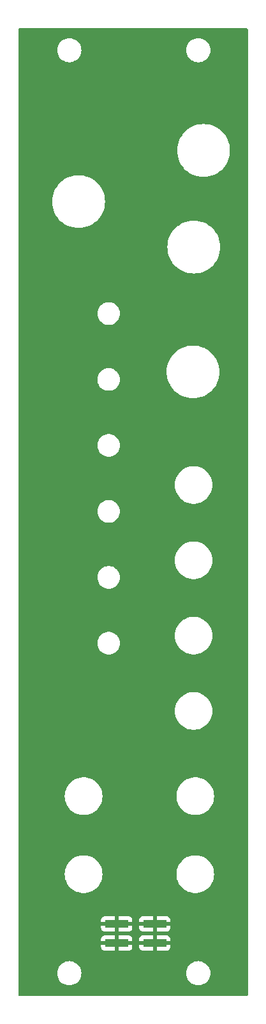
<source format=gbr>
%TF.GenerationSoftware,KiCad,Pcbnew,(7.0.0)*%
%TF.CreationDate,2023-03-30T09:06:06-07:00*%
%TF.ProjectId,wyw_r_faceplate,7779775f-725f-4666-9163-65706c617465,rev?*%
%TF.SameCoordinates,Original*%
%TF.FileFunction,Copper,L1,Top*%
%TF.FilePolarity,Positive*%
%FSLAX46Y46*%
G04 Gerber Fmt 4.6, Leading zero omitted, Abs format (unit mm)*
G04 Created by KiCad (PCBNEW (7.0.0)) date 2023-03-30 09:06:06*
%MOMM*%
%LPD*%
G01*
G04 APERTURE LIST*
%TA.AperFunction,SMDPad,CuDef*%
%ADD10R,3.150000X1.000000*%
%TD*%
G04 APERTURE END LIST*
D10*
%TO.P,J1,1,Pin_1*%
%TO.N,GND*%
X38124999Y-141369999D03*
%TO.P,J1,2,Pin_2*%
X33074999Y-141369999D03*
%TO.P,J1,3,Pin_3*%
X38124999Y-138829999D03*
%TO.P,J1,4,Pin_4*%
X33074999Y-138829999D03*
%TD*%
%TA.AperFunction,Conductor*%
%TO.N,GND*%
G36*
X50417500Y-20016613D02*
G01*
X50462887Y-20062000D01*
X50479500Y-20124000D01*
X50479500Y-148275500D01*
X50462887Y-148337500D01*
X50417500Y-148382887D01*
X50355500Y-148399500D01*
X20124500Y-148399500D01*
X20062500Y-148382887D01*
X20017113Y-148337500D01*
X20000500Y-148275500D01*
X20000500Y-145400000D01*
X25174551Y-145400000D01*
X25194317Y-145651148D01*
X25195452Y-145655877D01*
X25195453Y-145655881D01*
X25251989Y-145891374D01*
X25251991Y-145891382D01*
X25253127Y-145896111D01*
X25349534Y-146128859D01*
X25352081Y-146133016D01*
X25352082Y-146133017D01*
X25478617Y-146339504D01*
X25478622Y-146339511D01*
X25481164Y-146343659D01*
X25484324Y-146347358D01*
X25484327Y-146347363D01*
X25641183Y-146531017D01*
X25644776Y-146535224D01*
X25648476Y-146538384D01*
X25830705Y-146694023D01*
X25836341Y-146698836D01*
X25840491Y-146701379D01*
X25840495Y-146701382D01*
X25952300Y-146769896D01*
X26051141Y-146830466D01*
X26283889Y-146926873D01*
X26528852Y-146985683D01*
X26780000Y-147005449D01*
X27031148Y-146985683D01*
X27276111Y-146926873D01*
X27508859Y-146830466D01*
X27723659Y-146698836D01*
X27915224Y-146535224D01*
X28078836Y-146343659D01*
X28210466Y-146128859D01*
X28306873Y-145896111D01*
X28365683Y-145651148D01*
X28385449Y-145400000D01*
X42294551Y-145400000D01*
X42314317Y-145651148D01*
X42315452Y-145655877D01*
X42315453Y-145655881D01*
X42371989Y-145891374D01*
X42371991Y-145891382D01*
X42373127Y-145896111D01*
X42469534Y-146128859D01*
X42472081Y-146133016D01*
X42472082Y-146133017D01*
X42598617Y-146339504D01*
X42598622Y-146339511D01*
X42601164Y-146343659D01*
X42604324Y-146347358D01*
X42604327Y-146347363D01*
X42761183Y-146531017D01*
X42764776Y-146535224D01*
X42768476Y-146538384D01*
X42950705Y-146694023D01*
X42956341Y-146698836D01*
X42960491Y-146701379D01*
X42960495Y-146701382D01*
X43072300Y-146769896D01*
X43171141Y-146830466D01*
X43403889Y-146926873D01*
X43648852Y-146985683D01*
X43900000Y-147005449D01*
X44151148Y-146985683D01*
X44396111Y-146926873D01*
X44628859Y-146830466D01*
X44843659Y-146698836D01*
X45035224Y-146535224D01*
X45198836Y-146343659D01*
X45330466Y-146128859D01*
X45426873Y-145896111D01*
X45485683Y-145651148D01*
X45505449Y-145400000D01*
X45485683Y-145148852D01*
X45426873Y-144903889D01*
X45330466Y-144671141D01*
X45198836Y-144456341D01*
X45035224Y-144264776D01*
X45031523Y-144261615D01*
X44847363Y-144104327D01*
X44847358Y-144104324D01*
X44843659Y-144101164D01*
X44839511Y-144098622D01*
X44839504Y-144098617D01*
X44633017Y-143972082D01*
X44633016Y-143972081D01*
X44628859Y-143969534D01*
X44396111Y-143873127D01*
X44391382Y-143871991D01*
X44391374Y-143871989D01*
X44155881Y-143815453D01*
X44155877Y-143815452D01*
X44151148Y-143814317D01*
X44146295Y-143813935D01*
X43904854Y-143794933D01*
X43900000Y-143794551D01*
X43895146Y-143794933D01*
X43653704Y-143813935D01*
X43653702Y-143813935D01*
X43648852Y-143814317D01*
X43644124Y-143815451D01*
X43644118Y-143815453D01*
X43408625Y-143871989D01*
X43408613Y-143871992D01*
X43403889Y-143873127D01*
X43399392Y-143874989D01*
X43399388Y-143874991D01*
X43175645Y-143967668D01*
X43175640Y-143967670D01*
X43171141Y-143969534D01*
X43166988Y-143972078D01*
X43166982Y-143972082D01*
X42960495Y-144098617D01*
X42960482Y-144098626D01*
X42956341Y-144101164D01*
X42952646Y-144104319D01*
X42952636Y-144104327D01*
X42768476Y-144261615D01*
X42768469Y-144261621D01*
X42764776Y-144264776D01*
X42761621Y-144268469D01*
X42761615Y-144268476D01*
X42604327Y-144452636D01*
X42604319Y-144452646D01*
X42601164Y-144456341D01*
X42598626Y-144460482D01*
X42598617Y-144460495D01*
X42472082Y-144666982D01*
X42472078Y-144666988D01*
X42469534Y-144671141D01*
X42373127Y-144903889D01*
X42371992Y-144908613D01*
X42371989Y-144908625D01*
X42315453Y-145144118D01*
X42315451Y-145144124D01*
X42314317Y-145148852D01*
X42294551Y-145400000D01*
X28385449Y-145400000D01*
X28365683Y-145148852D01*
X28306873Y-144903889D01*
X28210466Y-144671141D01*
X28078836Y-144456341D01*
X27915224Y-144264776D01*
X27911523Y-144261615D01*
X27727363Y-144104327D01*
X27727358Y-144104324D01*
X27723659Y-144101164D01*
X27719511Y-144098622D01*
X27719504Y-144098617D01*
X27513017Y-143972082D01*
X27513016Y-143972081D01*
X27508859Y-143969534D01*
X27276111Y-143873127D01*
X27271382Y-143871991D01*
X27271374Y-143871989D01*
X27035881Y-143815453D01*
X27035877Y-143815452D01*
X27031148Y-143814317D01*
X27026295Y-143813935D01*
X26784854Y-143794933D01*
X26780000Y-143794551D01*
X26775146Y-143794933D01*
X26533704Y-143813935D01*
X26533702Y-143813935D01*
X26528852Y-143814317D01*
X26524124Y-143815451D01*
X26524118Y-143815453D01*
X26288625Y-143871989D01*
X26288613Y-143871992D01*
X26283889Y-143873127D01*
X26279392Y-143874989D01*
X26279388Y-143874991D01*
X26055645Y-143967668D01*
X26055640Y-143967670D01*
X26051141Y-143969534D01*
X26046988Y-143972078D01*
X26046982Y-143972082D01*
X25840495Y-144098617D01*
X25840482Y-144098626D01*
X25836341Y-144101164D01*
X25832646Y-144104319D01*
X25832636Y-144104327D01*
X25648476Y-144261615D01*
X25648469Y-144261621D01*
X25644776Y-144264776D01*
X25641621Y-144268469D01*
X25641615Y-144268476D01*
X25484327Y-144452636D01*
X25484319Y-144452646D01*
X25481164Y-144456341D01*
X25478626Y-144460482D01*
X25478617Y-144460495D01*
X25352082Y-144666982D01*
X25352078Y-144666988D01*
X25349534Y-144671141D01*
X25253127Y-144903889D01*
X25251992Y-144908613D01*
X25251989Y-144908625D01*
X25195453Y-145144118D01*
X25195451Y-145144124D01*
X25194317Y-145148852D01*
X25174551Y-145400000D01*
X20000500Y-145400000D01*
X20000500Y-141914518D01*
X31000000Y-141914518D01*
X31000353Y-141921114D01*
X31005573Y-141969667D01*
X31009111Y-141984641D01*
X31053547Y-142103777D01*
X31061962Y-142119189D01*
X31137498Y-142220092D01*
X31149907Y-142232501D01*
X31250810Y-142308037D01*
X31266222Y-142316452D01*
X31385358Y-142360888D01*
X31400332Y-142364426D01*
X31448885Y-142369646D01*
X31455482Y-142370000D01*
X32808674Y-142370000D01*
X32821549Y-142366549D01*
X32825000Y-142353674D01*
X33325000Y-142353674D01*
X33328450Y-142366549D01*
X33341326Y-142370000D01*
X34694518Y-142370000D01*
X34701114Y-142369646D01*
X34749667Y-142364426D01*
X34764641Y-142360888D01*
X34883777Y-142316452D01*
X34899189Y-142308037D01*
X35000092Y-142232501D01*
X35012501Y-142220092D01*
X35088037Y-142119189D01*
X35096452Y-142103777D01*
X35140888Y-141984641D01*
X35144426Y-141969667D01*
X35149646Y-141921114D01*
X35150000Y-141914518D01*
X36050000Y-141914518D01*
X36050353Y-141921114D01*
X36055573Y-141969667D01*
X36059111Y-141984641D01*
X36103547Y-142103777D01*
X36111962Y-142119189D01*
X36187498Y-142220092D01*
X36199907Y-142232501D01*
X36300810Y-142308037D01*
X36316222Y-142316452D01*
X36435358Y-142360888D01*
X36450332Y-142364426D01*
X36498885Y-142369646D01*
X36505482Y-142370000D01*
X37858674Y-142370000D01*
X37871549Y-142366549D01*
X37875000Y-142353674D01*
X38375000Y-142353674D01*
X38378450Y-142366549D01*
X38391326Y-142370000D01*
X39744518Y-142370000D01*
X39751114Y-142369646D01*
X39799667Y-142364426D01*
X39814641Y-142360888D01*
X39933777Y-142316452D01*
X39949189Y-142308037D01*
X40050092Y-142232501D01*
X40062501Y-142220092D01*
X40138037Y-142119189D01*
X40146452Y-142103777D01*
X40190888Y-141984641D01*
X40194426Y-141969667D01*
X40199646Y-141921114D01*
X40200000Y-141914518D01*
X40200000Y-141636326D01*
X40196549Y-141623450D01*
X40183674Y-141620000D01*
X38391326Y-141620000D01*
X38378450Y-141623450D01*
X38375000Y-141636326D01*
X38375000Y-142353674D01*
X37875000Y-142353674D01*
X37875000Y-141636326D01*
X37871549Y-141623450D01*
X37858674Y-141620000D01*
X36066326Y-141620000D01*
X36053450Y-141623450D01*
X36050000Y-141636326D01*
X36050000Y-141914518D01*
X35150000Y-141914518D01*
X35150000Y-141636326D01*
X35146549Y-141623450D01*
X35133674Y-141620000D01*
X33341326Y-141620000D01*
X33328450Y-141623450D01*
X33325000Y-141636326D01*
X33325000Y-142353674D01*
X32825000Y-142353674D01*
X32825000Y-141636326D01*
X32821549Y-141623450D01*
X32808674Y-141620000D01*
X31016326Y-141620000D01*
X31003450Y-141623450D01*
X31000000Y-141636326D01*
X31000000Y-141914518D01*
X20000500Y-141914518D01*
X20000500Y-141103674D01*
X31000000Y-141103674D01*
X31003450Y-141116549D01*
X31016326Y-141120000D01*
X32808674Y-141120000D01*
X32821549Y-141116549D01*
X32825000Y-141103674D01*
X33325000Y-141103674D01*
X33328450Y-141116549D01*
X33341326Y-141120000D01*
X35133674Y-141120000D01*
X35146549Y-141116549D01*
X35150000Y-141103674D01*
X36050000Y-141103674D01*
X36053450Y-141116549D01*
X36066326Y-141120000D01*
X37858674Y-141120000D01*
X37871549Y-141116549D01*
X37875000Y-141103674D01*
X38375000Y-141103674D01*
X38378450Y-141116549D01*
X38391326Y-141120000D01*
X40183674Y-141120000D01*
X40196549Y-141116549D01*
X40200000Y-141103674D01*
X40200000Y-140825482D01*
X40199646Y-140818885D01*
X40194426Y-140770332D01*
X40190888Y-140755358D01*
X40146452Y-140636222D01*
X40138037Y-140620810D01*
X40062501Y-140519907D01*
X40050092Y-140507498D01*
X39949189Y-140431962D01*
X39933777Y-140423547D01*
X39814641Y-140379111D01*
X39799667Y-140375573D01*
X39751114Y-140370353D01*
X39744518Y-140370000D01*
X38391326Y-140370000D01*
X38378450Y-140373450D01*
X38375000Y-140386326D01*
X38375000Y-141103674D01*
X37875000Y-141103674D01*
X37875000Y-140386326D01*
X37871549Y-140373450D01*
X37858674Y-140370000D01*
X36505482Y-140370000D01*
X36498885Y-140370353D01*
X36450332Y-140375573D01*
X36435358Y-140379111D01*
X36316222Y-140423547D01*
X36300810Y-140431962D01*
X36199907Y-140507498D01*
X36187498Y-140519907D01*
X36111962Y-140620810D01*
X36103547Y-140636222D01*
X36059111Y-140755358D01*
X36055573Y-140770332D01*
X36050353Y-140818885D01*
X36050000Y-140825482D01*
X36050000Y-141103674D01*
X35150000Y-141103674D01*
X35150000Y-140825482D01*
X35149646Y-140818885D01*
X35144426Y-140770332D01*
X35140888Y-140755358D01*
X35096452Y-140636222D01*
X35088037Y-140620810D01*
X35012501Y-140519907D01*
X35000092Y-140507498D01*
X34899189Y-140431962D01*
X34883777Y-140423547D01*
X34764641Y-140379111D01*
X34749667Y-140375573D01*
X34701114Y-140370353D01*
X34694518Y-140370000D01*
X33341326Y-140370000D01*
X33328450Y-140373450D01*
X33325000Y-140386326D01*
X33325000Y-141103674D01*
X32825000Y-141103674D01*
X32825000Y-140386326D01*
X32821549Y-140373450D01*
X32808674Y-140370000D01*
X31455482Y-140370000D01*
X31448885Y-140370353D01*
X31400332Y-140375573D01*
X31385358Y-140379111D01*
X31266222Y-140423547D01*
X31250810Y-140431962D01*
X31149907Y-140507498D01*
X31137498Y-140519907D01*
X31061962Y-140620810D01*
X31053547Y-140636222D01*
X31009111Y-140755358D01*
X31005573Y-140770332D01*
X31000353Y-140818885D01*
X31000000Y-140825482D01*
X31000000Y-141103674D01*
X20000500Y-141103674D01*
X20000500Y-139374518D01*
X31000000Y-139374518D01*
X31000353Y-139381114D01*
X31005573Y-139429667D01*
X31009111Y-139444641D01*
X31053547Y-139563777D01*
X31061962Y-139579189D01*
X31137498Y-139680092D01*
X31149907Y-139692501D01*
X31250810Y-139768037D01*
X31266222Y-139776452D01*
X31385358Y-139820888D01*
X31400332Y-139824426D01*
X31448885Y-139829646D01*
X31455482Y-139830000D01*
X32808674Y-139830000D01*
X32821549Y-139826549D01*
X32825000Y-139813674D01*
X33325000Y-139813674D01*
X33328450Y-139826549D01*
X33341326Y-139830000D01*
X34694518Y-139830000D01*
X34701114Y-139829646D01*
X34749667Y-139824426D01*
X34764641Y-139820888D01*
X34883777Y-139776452D01*
X34899189Y-139768037D01*
X35000092Y-139692501D01*
X35012501Y-139680092D01*
X35088037Y-139579189D01*
X35096452Y-139563777D01*
X35140888Y-139444641D01*
X35144426Y-139429667D01*
X35149646Y-139381114D01*
X35150000Y-139374518D01*
X36050000Y-139374518D01*
X36050353Y-139381114D01*
X36055573Y-139429667D01*
X36059111Y-139444641D01*
X36103547Y-139563777D01*
X36111962Y-139579189D01*
X36187498Y-139680092D01*
X36199907Y-139692501D01*
X36300810Y-139768037D01*
X36316222Y-139776452D01*
X36435358Y-139820888D01*
X36450332Y-139824426D01*
X36498885Y-139829646D01*
X36505482Y-139830000D01*
X37858674Y-139830000D01*
X37871549Y-139826549D01*
X37875000Y-139813674D01*
X38375000Y-139813674D01*
X38378450Y-139826549D01*
X38391326Y-139830000D01*
X39744518Y-139830000D01*
X39751114Y-139829646D01*
X39799667Y-139824426D01*
X39814641Y-139820888D01*
X39933777Y-139776452D01*
X39949189Y-139768037D01*
X40050092Y-139692501D01*
X40062501Y-139680092D01*
X40138037Y-139579189D01*
X40146452Y-139563777D01*
X40190888Y-139444641D01*
X40194426Y-139429667D01*
X40199646Y-139381114D01*
X40200000Y-139374518D01*
X40200000Y-139096326D01*
X40196549Y-139083450D01*
X40183674Y-139080000D01*
X38391326Y-139080000D01*
X38378450Y-139083450D01*
X38375000Y-139096326D01*
X38375000Y-139813674D01*
X37875000Y-139813674D01*
X37875000Y-139096326D01*
X37871549Y-139083450D01*
X37858674Y-139080000D01*
X36066326Y-139080000D01*
X36053450Y-139083450D01*
X36050000Y-139096326D01*
X36050000Y-139374518D01*
X35150000Y-139374518D01*
X35150000Y-139096326D01*
X35146549Y-139083450D01*
X35133674Y-139080000D01*
X33341326Y-139080000D01*
X33328450Y-139083450D01*
X33325000Y-139096326D01*
X33325000Y-139813674D01*
X32825000Y-139813674D01*
X32825000Y-139096326D01*
X32821549Y-139083450D01*
X32808674Y-139080000D01*
X31016326Y-139080000D01*
X31003450Y-139083450D01*
X31000000Y-139096326D01*
X31000000Y-139374518D01*
X20000500Y-139374518D01*
X20000500Y-138563674D01*
X31000000Y-138563674D01*
X31003450Y-138576549D01*
X31016326Y-138580000D01*
X32808674Y-138580000D01*
X32821549Y-138576549D01*
X32825000Y-138563674D01*
X33325000Y-138563674D01*
X33328450Y-138576549D01*
X33341326Y-138580000D01*
X35133674Y-138580000D01*
X35146549Y-138576549D01*
X35150000Y-138563674D01*
X36050000Y-138563674D01*
X36053450Y-138576549D01*
X36066326Y-138580000D01*
X37858674Y-138580000D01*
X37871549Y-138576549D01*
X37875000Y-138563674D01*
X38375000Y-138563674D01*
X38378450Y-138576549D01*
X38391326Y-138580000D01*
X40183674Y-138580000D01*
X40196549Y-138576549D01*
X40200000Y-138563674D01*
X40200000Y-138285482D01*
X40199646Y-138278885D01*
X40194426Y-138230332D01*
X40190888Y-138215358D01*
X40146452Y-138096222D01*
X40138037Y-138080810D01*
X40062501Y-137979907D01*
X40050092Y-137967498D01*
X39949189Y-137891962D01*
X39933777Y-137883547D01*
X39814641Y-137839111D01*
X39799667Y-137835573D01*
X39751114Y-137830353D01*
X39744518Y-137830000D01*
X38391326Y-137830000D01*
X38378450Y-137833450D01*
X38375000Y-137846326D01*
X38375000Y-138563674D01*
X37875000Y-138563674D01*
X37875000Y-137846326D01*
X37871549Y-137833450D01*
X37858674Y-137830000D01*
X36505482Y-137830000D01*
X36498885Y-137830353D01*
X36450332Y-137835573D01*
X36435358Y-137839111D01*
X36316222Y-137883547D01*
X36300810Y-137891962D01*
X36199907Y-137967498D01*
X36187498Y-137979907D01*
X36111962Y-138080810D01*
X36103547Y-138096222D01*
X36059111Y-138215358D01*
X36055573Y-138230332D01*
X36050353Y-138278885D01*
X36050000Y-138285482D01*
X36050000Y-138563674D01*
X35150000Y-138563674D01*
X35150000Y-138285482D01*
X35149646Y-138278885D01*
X35144426Y-138230332D01*
X35140888Y-138215358D01*
X35096452Y-138096222D01*
X35088037Y-138080810D01*
X35012501Y-137979907D01*
X35000092Y-137967498D01*
X34899189Y-137891962D01*
X34883777Y-137883547D01*
X34764641Y-137839111D01*
X34749667Y-137835573D01*
X34701114Y-137830353D01*
X34694518Y-137830000D01*
X33341326Y-137830000D01*
X33328450Y-137833450D01*
X33325000Y-137846326D01*
X33325000Y-138563674D01*
X32825000Y-138563674D01*
X32825000Y-137846326D01*
X32821549Y-137833450D01*
X32808674Y-137830000D01*
X31455482Y-137830000D01*
X31448885Y-137830353D01*
X31400332Y-137835573D01*
X31385358Y-137839111D01*
X31266222Y-137883547D01*
X31250810Y-137891962D01*
X31149907Y-137967498D01*
X31137498Y-137979907D01*
X31061962Y-138080810D01*
X31053547Y-138096222D01*
X31009111Y-138215358D01*
X31005573Y-138230332D01*
X31000353Y-138278885D01*
X31000000Y-138285482D01*
X31000000Y-138563674D01*
X20000500Y-138563674D01*
X20000500Y-132258353D01*
X26174555Y-132258353D01*
X26194311Y-132572369D01*
X26195038Y-132576181D01*
X26195040Y-132576195D01*
X26252537Y-132877602D01*
X26253268Y-132881432D01*
X26350496Y-133180669D01*
X26484462Y-133465360D01*
X26486544Y-133468641D01*
X26486547Y-133468646D01*
X26650961Y-133727723D01*
X26650965Y-133727729D01*
X26653052Y-133731017D01*
X26853609Y-133973448D01*
X27082969Y-134188832D01*
X27337515Y-134373770D01*
X27613233Y-134525347D01*
X27759503Y-134583259D01*
X27902150Y-134639738D01*
X27902153Y-134639739D01*
X27905775Y-134641173D01*
X28210526Y-134719420D01*
X28522682Y-134758854D01*
X28833423Y-134758854D01*
X28837318Y-134758854D01*
X29149474Y-134719420D01*
X29454225Y-134641173D01*
X29746767Y-134525347D01*
X30022485Y-134373770D01*
X30277031Y-134188832D01*
X30506391Y-133973448D01*
X30706948Y-133731017D01*
X30875538Y-133465360D01*
X31009504Y-133180669D01*
X31106732Y-132881432D01*
X31165689Y-132572369D01*
X31185445Y-132258353D01*
X40996094Y-132258353D01*
X41015850Y-132572369D01*
X41016577Y-132576181D01*
X41016579Y-132576195D01*
X41074076Y-132877602D01*
X41074807Y-132881432D01*
X41172035Y-133180669D01*
X41306001Y-133465360D01*
X41308083Y-133468641D01*
X41308086Y-133468646D01*
X41472500Y-133727723D01*
X41472504Y-133727729D01*
X41474591Y-133731017D01*
X41675148Y-133973448D01*
X41904508Y-134188832D01*
X42159054Y-134373770D01*
X42434772Y-134525347D01*
X42581042Y-134583259D01*
X42723689Y-134639738D01*
X42723692Y-134639739D01*
X42727314Y-134641173D01*
X43032065Y-134719420D01*
X43344221Y-134758854D01*
X43654962Y-134758854D01*
X43658857Y-134758854D01*
X43971013Y-134719420D01*
X44275764Y-134641173D01*
X44568306Y-134525347D01*
X44844024Y-134373770D01*
X45098570Y-134188832D01*
X45327930Y-133973448D01*
X45528487Y-133731017D01*
X45697077Y-133465360D01*
X45831043Y-133180669D01*
X45928271Y-132881432D01*
X45987228Y-132572369D01*
X46006984Y-132258353D01*
X45987228Y-131944337D01*
X45928271Y-131635274D01*
X45831043Y-131336037D01*
X45697077Y-131051346D01*
X45681148Y-131026247D01*
X45530577Y-130788982D01*
X45530575Y-130788979D01*
X45528487Y-130785689D01*
X45327930Y-130543258D01*
X45098570Y-130327874D01*
X44844024Y-130142936D01*
X44568306Y-129991359D01*
X44564684Y-129989925D01*
X44564680Y-129989923D01*
X44279388Y-129876967D01*
X44279376Y-129876963D01*
X44275764Y-129875533D01*
X44271990Y-129874564D01*
X44271987Y-129874563D01*
X43974795Y-129798257D01*
X43974794Y-129798256D01*
X43971013Y-129797286D01*
X43967142Y-129796797D01*
X43967137Y-129796796D01*
X43662723Y-129758340D01*
X43662716Y-129758339D01*
X43658857Y-129757852D01*
X43344221Y-129757852D01*
X43340362Y-129758339D01*
X43340354Y-129758340D01*
X43035940Y-129796796D01*
X43035932Y-129796797D01*
X43032065Y-129797286D01*
X43028286Y-129798256D01*
X43028282Y-129798257D01*
X42731090Y-129874563D01*
X42731082Y-129874565D01*
X42727314Y-129875533D01*
X42723706Y-129876961D01*
X42723689Y-129876967D01*
X42438397Y-129989923D01*
X42438386Y-129989927D01*
X42434772Y-129991359D01*
X42431360Y-129993234D01*
X42431353Y-129993238D01*
X42162480Y-130141052D01*
X42162473Y-130141056D01*
X42159054Y-130142936D01*
X42155898Y-130145228D01*
X42155890Y-130145234D01*
X41907664Y-130325580D01*
X41907653Y-130325588D01*
X41904508Y-130327874D01*
X41901673Y-130330535D01*
X41901666Y-130330542D01*
X41677985Y-130540593D01*
X41677978Y-130540600D01*
X41675148Y-130543258D01*
X41672673Y-130546249D01*
X41672669Y-130546254D01*
X41477074Y-130782686D01*
X41477064Y-130782698D01*
X41474591Y-130785689D01*
X41472509Y-130788968D01*
X41472500Y-130788982D01*
X41308086Y-131048059D01*
X41308079Y-131048070D01*
X41306001Y-131051346D01*
X41304347Y-131054860D01*
X41304342Y-131054870D01*
X41173694Y-131332510D01*
X41173690Y-131332519D01*
X41172035Y-131336037D01*
X41170833Y-131339733D01*
X41170831Y-131339741D01*
X41076012Y-131631563D01*
X41076009Y-131631574D01*
X41074807Y-131635274D01*
X41074078Y-131639094D01*
X41074076Y-131639103D01*
X41016579Y-131940510D01*
X41016576Y-131940526D01*
X41015850Y-131944337D01*
X40996094Y-132258353D01*
X31185445Y-132258353D01*
X31165689Y-131944337D01*
X31106732Y-131635274D01*
X31009504Y-131336037D01*
X30875538Y-131051346D01*
X30859609Y-131026247D01*
X30709038Y-130788982D01*
X30709036Y-130788979D01*
X30706948Y-130785689D01*
X30506391Y-130543258D01*
X30277031Y-130327874D01*
X30022485Y-130142936D01*
X29746767Y-129991359D01*
X29743145Y-129989925D01*
X29743141Y-129989923D01*
X29457849Y-129876967D01*
X29457837Y-129876963D01*
X29454225Y-129875533D01*
X29450451Y-129874564D01*
X29450448Y-129874563D01*
X29153256Y-129798257D01*
X29153255Y-129798256D01*
X29149474Y-129797286D01*
X29145603Y-129796797D01*
X29145598Y-129796796D01*
X28841184Y-129758340D01*
X28841177Y-129758339D01*
X28837318Y-129757852D01*
X28522682Y-129757852D01*
X28518823Y-129758339D01*
X28518815Y-129758340D01*
X28214401Y-129796796D01*
X28214393Y-129796797D01*
X28210526Y-129797286D01*
X28206747Y-129798256D01*
X28206743Y-129798257D01*
X27909551Y-129874563D01*
X27909543Y-129874565D01*
X27905775Y-129875533D01*
X27902167Y-129876961D01*
X27902150Y-129876967D01*
X27616858Y-129989923D01*
X27616847Y-129989927D01*
X27613233Y-129991359D01*
X27609821Y-129993234D01*
X27609814Y-129993238D01*
X27340941Y-130141052D01*
X27340934Y-130141056D01*
X27337515Y-130142936D01*
X27334359Y-130145228D01*
X27334351Y-130145234D01*
X27086125Y-130325580D01*
X27086114Y-130325588D01*
X27082969Y-130327874D01*
X27080134Y-130330535D01*
X27080127Y-130330542D01*
X26856446Y-130540593D01*
X26856439Y-130540600D01*
X26853609Y-130543258D01*
X26851134Y-130546249D01*
X26851130Y-130546254D01*
X26655535Y-130782686D01*
X26655525Y-130782698D01*
X26653052Y-130785689D01*
X26650970Y-130788968D01*
X26650961Y-130788982D01*
X26486547Y-131048059D01*
X26486540Y-131048070D01*
X26484462Y-131051346D01*
X26482808Y-131054860D01*
X26482803Y-131054870D01*
X26352155Y-131332510D01*
X26352151Y-131332519D01*
X26350496Y-131336037D01*
X26349294Y-131339733D01*
X26349292Y-131339741D01*
X26254473Y-131631563D01*
X26254470Y-131631574D01*
X26253268Y-131635274D01*
X26252539Y-131639094D01*
X26252537Y-131639103D01*
X26195040Y-131940510D01*
X26195037Y-131940526D01*
X26194311Y-131944337D01*
X26174555Y-132258353D01*
X20000500Y-132258353D01*
X20000500Y-121900000D01*
X26174556Y-121900000D01*
X26194312Y-122214015D01*
X26195039Y-122217827D01*
X26195041Y-122217841D01*
X26252538Y-122519249D01*
X26253269Y-122523079D01*
X26350497Y-122822315D01*
X26484463Y-123107007D01*
X26486545Y-123110288D01*
X26486548Y-123110293D01*
X26650962Y-123369369D01*
X26650966Y-123369375D01*
X26653053Y-123372663D01*
X26853610Y-123615094D01*
X27082970Y-123830478D01*
X27337516Y-124015416D01*
X27613234Y-124166994D01*
X27905775Y-124282819D01*
X28210527Y-124361066D01*
X28522682Y-124400500D01*
X28833423Y-124400500D01*
X28837318Y-124400500D01*
X29149473Y-124361066D01*
X29454225Y-124282819D01*
X29746766Y-124166994D01*
X30022484Y-124015416D01*
X30277030Y-123830478D01*
X30506390Y-123615094D01*
X30706947Y-123372663D01*
X30875537Y-123107007D01*
X31009503Y-122822315D01*
X31106731Y-122523079D01*
X31165688Y-122214015D01*
X31185444Y-121900000D01*
X40996095Y-121900000D01*
X41015851Y-122214015D01*
X41016578Y-122217827D01*
X41016580Y-122217841D01*
X41074077Y-122519249D01*
X41074808Y-122523079D01*
X41172036Y-122822315D01*
X41306002Y-123107007D01*
X41308084Y-123110288D01*
X41308087Y-123110293D01*
X41472501Y-123369369D01*
X41472505Y-123369375D01*
X41474592Y-123372663D01*
X41675149Y-123615094D01*
X41904509Y-123830478D01*
X42159055Y-124015416D01*
X42434773Y-124166994D01*
X42727314Y-124282819D01*
X43032066Y-124361066D01*
X43344221Y-124400500D01*
X43654962Y-124400500D01*
X43658857Y-124400500D01*
X43971012Y-124361066D01*
X44275764Y-124282819D01*
X44568305Y-124166994D01*
X44844023Y-124015416D01*
X45098569Y-123830478D01*
X45327929Y-123615094D01*
X45528486Y-123372663D01*
X45697076Y-123107007D01*
X45831042Y-122822315D01*
X45928270Y-122523079D01*
X45987227Y-122214015D01*
X46006983Y-121900000D01*
X45987227Y-121585985D01*
X45928270Y-121276921D01*
X45831042Y-120977685D01*
X45697076Y-120692993D01*
X45686128Y-120675742D01*
X45530576Y-120430630D01*
X45530574Y-120430627D01*
X45528486Y-120427337D01*
X45327929Y-120184906D01*
X45098569Y-119969522D01*
X44844023Y-119784584D01*
X44840620Y-119782713D01*
X44840615Y-119782710D01*
X44571722Y-119634884D01*
X44571715Y-119634880D01*
X44568305Y-119633006D01*
X44564679Y-119631570D01*
X44564674Y-119631568D01*
X44279386Y-119518615D01*
X44279385Y-119518614D01*
X44275764Y-119517181D01*
X44271994Y-119516213D01*
X44271991Y-119516212D01*
X43974795Y-119439905D01*
X43974790Y-119439904D01*
X43971012Y-119438934D01*
X43967141Y-119438445D01*
X43967136Y-119438444D01*
X43662723Y-119399988D01*
X43662716Y-119399987D01*
X43658857Y-119399500D01*
X43344221Y-119399500D01*
X43340362Y-119399987D01*
X43340354Y-119399988D01*
X43035941Y-119438444D01*
X43035933Y-119438445D01*
X43032066Y-119438934D01*
X43028290Y-119439903D01*
X43028282Y-119439905D01*
X42731086Y-119516212D01*
X42731078Y-119516214D01*
X42727314Y-119517181D01*
X42723697Y-119518612D01*
X42723691Y-119518615D01*
X42438403Y-119631568D01*
X42438392Y-119631572D01*
X42434773Y-119633006D01*
X42431368Y-119634877D01*
X42431355Y-119634884D01*
X42162462Y-119782710D01*
X42162450Y-119782717D01*
X42159055Y-119784584D01*
X42155911Y-119786867D01*
X42155905Y-119786872D01*
X41907665Y-119967228D01*
X41907654Y-119967236D01*
X41904509Y-119969522D01*
X41901674Y-119972183D01*
X41901667Y-119972190D01*
X41677986Y-120182241D01*
X41677979Y-120182248D01*
X41675149Y-120184906D01*
X41672674Y-120187897D01*
X41672670Y-120187902D01*
X41477075Y-120424334D01*
X41477065Y-120424346D01*
X41474592Y-120427337D01*
X41472510Y-120430616D01*
X41472501Y-120430630D01*
X41308087Y-120689706D01*
X41308080Y-120689717D01*
X41306002Y-120692993D01*
X41304349Y-120696504D01*
X41304346Y-120696511D01*
X41173692Y-120974165D01*
X41172036Y-120977685D01*
X41074808Y-121276921D01*
X41074079Y-121280741D01*
X41074077Y-121280750D01*
X41016580Y-121582158D01*
X41016577Y-121582174D01*
X41015851Y-121585985D01*
X40996095Y-121900000D01*
X31185444Y-121900000D01*
X31165688Y-121585985D01*
X31106731Y-121276921D01*
X31009503Y-120977685D01*
X30875537Y-120692993D01*
X30864589Y-120675742D01*
X30709037Y-120430630D01*
X30709035Y-120430627D01*
X30706947Y-120427337D01*
X30506390Y-120184906D01*
X30277030Y-119969522D01*
X30022484Y-119784584D01*
X30019081Y-119782713D01*
X30019076Y-119782710D01*
X29750183Y-119634884D01*
X29750176Y-119634880D01*
X29746766Y-119633006D01*
X29743140Y-119631570D01*
X29743135Y-119631568D01*
X29457847Y-119518615D01*
X29457846Y-119518614D01*
X29454225Y-119517181D01*
X29450455Y-119516213D01*
X29450452Y-119516212D01*
X29153256Y-119439905D01*
X29153251Y-119439904D01*
X29149473Y-119438934D01*
X29145602Y-119438445D01*
X29145597Y-119438444D01*
X28841184Y-119399988D01*
X28841177Y-119399987D01*
X28837318Y-119399500D01*
X28522682Y-119399500D01*
X28518823Y-119399987D01*
X28518815Y-119399988D01*
X28214402Y-119438444D01*
X28214394Y-119438445D01*
X28210527Y-119438934D01*
X28206751Y-119439903D01*
X28206743Y-119439905D01*
X27909547Y-119516212D01*
X27909539Y-119516214D01*
X27905775Y-119517181D01*
X27902158Y-119518612D01*
X27902152Y-119518615D01*
X27616864Y-119631568D01*
X27616853Y-119631572D01*
X27613234Y-119633006D01*
X27609829Y-119634877D01*
X27609816Y-119634884D01*
X27340923Y-119782710D01*
X27340911Y-119782717D01*
X27337516Y-119784584D01*
X27334372Y-119786867D01*
X27334366Y-119786872D01*
X27086126Y-119967228D01*
X27086115Y-119967236D01*
X27082970Y-119969522D01*
X27080135Y-119972183D01*
X27080128Y-119972190D01*
X26856447Y-120182241D01*
X26856440Y-120182248D01*
X26853610Y-120184906D01*
X26851135Y-120187897D01*
X26851131Y-120187902D01*
X26655536Y-120424334D01*
X26655526Y-120424346D01*
X26653053Y-120427337D01*
X26650971Y-120430616D01*
X26650962Y-120430630D01*
X26486548Y-120689706D01*
X26486541Y-120689717D01*
X26484463Y-120692993D01*
X26482810Y-120696504D01*
X26482807Y-120696511D01*
X26352153Y-120974165D01*
X26350497Y-120977685D01*
X26253269Y-121276921D01*
X26252540Y-121280741D01*
X26252538Y-121280750D01*
X26195041Y-121582158D01*
X26195038Y-121582174D01*
X26194312Y-121585985D01*
X26174556Y-121900000D01*
X20000500Y-121900000D01*
X20000500Y-110600000D01*
X40774556Y-110600000D01*
X40794312Y-110914015D01*
X40795039Y-110917827D01*
X40795041Y-110917841D01*
X40852538Y-111219249D01*
X40853269Y-111223079D01*
X40950497Y-111522315D01*
X41084463Y-111807007D01*
X41086545Y-111810288D01*
X41086548Y-111810293D01*
X41250962Y-112069369D01*
X41250966Y-112069375D01*
X41253053Y-112072663D01*
X41453610Y-112315094D01*
X41682970Y-112530478D01*
X41937516Y-112715416D01*
X42213234Y-112866994D01*
X42505775Y-112982819D01*
X42810527Y-113061066D01*
X43122682Y-113100500D01*
X43433423Y-113100500D01*
X43437318Y-113100500D01*
X43749473Y-113061066D01*
X44054225Y-112982819D01*
X44346766Y-112866994D01*
X44622484Y-112715416D01*
X44877030Y-112530478D01*
X45106390Y-112315094D01*
X45306947Y-112072663D01*
X45475537Y-111807007D01*
X45609503Y-111522315D01*
X45706731Y-111223079D01*
X45765688Y-110914015D01*
X45785444Y-110600000D01*
X45765688Y-110285985D01*
X45706731Y-109976921D01*
X45609503Y-109677685D01*
X45475537Y-109392993D01*
X45464589Y-109375742D01*
X45309037Y-109130630D01*
X45309035Y-109130627D01*
X45306947Y-109127337D01*
X45106390Y-108884906D01*
X44877030Y-108669522D01*
X44622484Y-108484584D01*
X44619081Y-108482713D01*
X44619076Y-108482710D01*
X44350183Y-108334884D01*
X44350176Y-108334880D01*
X44346766Y-108333006D01*
X44343140Y-108331570D01*
X44343135Y-108331568D01*
X44057847Y-108218615D01*
X44057846Y-108218614D01*
X44054225Y-108217181D01*
X44050455Y-108216213D01*
X44050452Y-108216212D01*
X43753256Y-108139905D01*
X43753251Y-108139904D01*
X43749473Y-108138934D01*
X43745602Y-108138445D01*
X43745597Y-108138444D01*
X43441184Y-108099988D01*
X43441177Y-108099987D01*
X43437318Y-108099500D01*
X43122682Y-108099500D01*
X43118823Y-108099987D01*
X43118815Y-108099988D01*
X42814402Y-108138444D01*
X42814394Y-108138445D01*
X42810527Y-108138934D01*
X42806751Y-108139903D01*
X42806743Y-108139905D01*
X42509547Y-108216212D01*
X42509539Y-108216214D01*
X42505775Y-108217181D01*
X42502158Y-108218612D01*
X42502152Y-108218615D01*
X42216864Y-108331568D01*
X42216853Y-108331572D01*
X42213234Y-108333006D01*
X42209829Y-108334877D01*
X42209816Y-108334884D01*
X41940923Y-108482710D01*
X41940911Y-108482717D01*
X41937516Y-108484584D01*
X41934372Y-108486867D01*
X41934366Y-108486872D01*
X41686126Y-108667228D01*
X41686115Y-108667236D01*
X41682970Y-108669522D01*
X41680135Y-108672183D01*
X41680128Y-108672190D01*
X41456447Y-108882241D01*
X41456440Y-108882248D01*
X41453610Y-108884906D01*
X41451135Y-108887897D01*
X41451131Y-108887902D01*
X41255536Y-109124334D01*
X41255526Y-109124346D01*
X41253053Y-109127337D01*
X41250971Y-109130616D01*
X41250962Y-109130630D01*
X41086548Y-109389706D01*
X41086541Y-109389717D01*
X41084463Y-109392993D01*
X41082810Y-109396504D01*
X41082807Y-109396511D01*
X40952153Y-109674165D01*
X40950497Y-109677685D01*
X40853269Y-109976921D01*
X40852540Y-109980741D01*
X40852538Y-109980750D01*
X40795041Y-110282158D01*
X40795038Y-110282174D01*
X40794312Y-110285985D01*
X40774556Y-110600000D01*
X20000500Y-110600000D01*
X20000500Y-101600000D01*
X30506856Y-101600000D01*
X30507280Y-101605117D01*
X30526966Y-101842701D01*
X30526967Y-101842709D01*
X30527391Y-101847821D01*
X30528648Y-101852788D01*
X30528650Y-101852795D01*
X30583444Y-102069169D01*
X30588436Y-102088881D01*
X30590496Y-102093577D01*
X30686265Y-102311910D01*
X30686268Y-102311916D01*
X30688326Y-102316607D01*
X30691126Y-102320893D01*
X30691130Y-102320900D01*
X30819174Y-102516885D01*
X30824335Y-102524785D01*
X30827809Y-102528559D01*
X30827810Y-102528560D01*
X30989283Y-102703967D01*
X30989286Y-102703970D01*
X30992755Y-102707738D01*
X31188990Y-102860474D01*
X31407689Y-102978828D01*
X31642885Y-103059571D01*
X31888164Y-103100500D01*
X32131700Y-103100500D01*
X32136834Y-103100500D01*
X32382113Y-103059571D01*
X32617309Y-102978828D01*
X32836008Y-102860474D01*
X33032243Y-102707738D01*
X33200663Y-102524785D01*
X33336672Y-102316607D01*
X33436562Y-102088881D01*
X33497607Y-101847821D01*
X33518142Y-101600000D01*
X33497607Y-101352179D01*
X33436562Y-101111119D01*
X33336672Y-100883393D01*
X33200663Y-100675215D01*
X33197187Y-100671439D01*
X33131423Y-100600000D01*
X40774556Y-100600000D01*
X40794312Y-100914015D01*
X40795039Y-100917827D01*
X40795041Y-100917841D01*
X40852538Y-101219249D01*
X40853269Y-101223079D01*
X40854473Y-101226786D01*
X40854474Y-101226788D01*
X40896879Y-101357298D01*
X40950497Y-101522315D01*
X41084463Y-101807007D01*
X41086545Y-101810288D01*
X41086548Y-101810293D01*
X41250962Y-102069369D01*
X41250966Y-102069375D01*
X41253053Y-102072663D01*
X41255532Y-102075660D01*
X41255536Y-102075665D01*
X41369595Y-102213538D01*
X41453610Y-102315094D01*
X41682970Y-102530478D01*
X41937516Y-102715416D01*
X42213234Y-102866994D01*
X42505775Y-102982819D01*
X42810527Y-103061066D01*
X43122682Y-103100500D01*
X43433423Y-103100500D01*
X43437318Y-103100500D01*
X43749473Y-103061066D01*
X44054225Y-102982819D01*
X44346766Y-102866994D01*
X44622484Y-102715416D01*
X44877030Y-102530478D01*
X45106390Y-102315094D01*
X45306947Y-102072663D01*
X45475537Y-101807007D01*
X45609503Y-101522315D01*
X45706731Y-101223079D01*
X45765688Y-100914015D01*
X45785444Y-100600000D01*
X45765688Y-100285985D01*
X45706731Y-99976921D01*
X45609503Y-99677685D01*
X45475537Y-99392993D01*
X45464589Y-99375742D01*
X45309037Y-99130630D01*
X45309035Y-99130627D01*
X45306947Y-99127337D01*
X45106390Y-98884906D01*
X44877030Y-98669522D01*
X44622484Y-98484584D01*
X44619081Y-98482713D01*
X44619076Y-98482710D01*
X44350183Y-98334884D01*
X44350176Y-98334880D01*
X44346766Y-98333006D01*
X44343140Y-98331570D01*
X44343135Y-98331568D01*
X44057847Y-98218615D01*
X44057846Y-98218614D01*
X44054225Y-98217181D01*
X44050455Y-98216213D01*
X44050452Y-98216212D01*
X43753256Y-98139905D01*
X43753251Y-98139904D01*
X43749473Y-98138934D01*
X43745602Y-98138445D01*
X43745597Y-98138444D01*
X43441184Y-98099988D01*
X43441177Y-98099987D01*
X43437318Y-98099500D01*
X43122682Y-98099500D01*
X43118823Y-98099987D01*
X43118815Y-98099988D01*
X42814402Y-98138444D01*
X42814394Y-98138445D01*
X42810527Y-98138934D01*
X42806751Y-98139903D01*
X42806743Y-98139905D01*
X42509547Y-98216212D01*
X42509539Y-98216214D01*
X42505775Y-98217181D01*
X42502158Y-98218612D01*
X42502152Y-98218615D01*
X42216864Y-98331568D01*
X42216853Y-98331572D01*
X42213234Y-98333006D01*
X42209829Y-98334877D01*
X42209816Y-98334884D01*
X41940923Y-98482710D01*
X41940911Y-98482717D01*
X41937516Y-98484584D01*
X41934372Y-98486867D01*
X41934366Y-98486872D01*
X41686126Y-98667228D01*
X41686115Y-98667236D01*
X41682970Y-98669522D01*
X41680135Y-98672183D01*
X41680128Y-98672190D01*
X41456447Y-98882241D01*
X41456440Y-98882248D01*
X41453610Y-98884906D01*
X41451135Y-98887897D01*
X41451131Y-98887902D01*
X41255536Y-99124334D01*
X41255526Y-99124346D01*
X41253053Y-99127337D01*
X41250971Y-99130616D01*
X41250962Y-99130630D01*
X41086548Y-99389706D01*
X41086541Y-99389717D01*
X41084463Y-99392993D01*
X41082810Y-99396504D01*
X41082807Y-99396511D01*
X40952153Y-99674165D01*
X40950497Y-99677685D01*
X40853269Y-99976921D01*
X40852540Y-99980741D01*
X40852538Y-99980750D01*
X40795041Y-100282158D01*
X40795038Y-100282174D01*
X40794312Y-100285985D01*
X40794067Y-100289876D01*
X40794067Y-100289878D01*
X40790745Y-100342678D01*
X40774556Y-100600000D01*
X33131423Y-100600000D01*
X33035714Y-100496032D01*
X33035710Y-100496029D01*
X33032243Y-100492262D01*
X32836008Y-100339526D01*
X32738450Y-100286730D01*
X32621815Y-100223610D01*
X32621809Y-100223607D01*
X32617309Y-100221172D01*
X32612468Y-100219510D01*
X32612461Y-100219507D01*
X32386964Y-100142094D01*
X32386960Y-100142093D01*
X32382113Y-100140429D01*
X32373267Y-100138952D01*
X32141897Y-100100344D01*
X32141886Y-100100343D01*
X32136834Y-100099500D01*
X31888164Y-100099500D01*
X31883112Y-100100343D01*
X31883100Y-100100344D01*
X31647942Y-100139585D01*
X31647940Y-100139585D01*
X31642885Y-100140429D01*
X31638040Y-100142092D01*
X31638033Y-100142094D01*
X31412536Y-100219507D01*
X31412525Y-100219511D01*
X31407689Y-100221172D01*
X31403192Y-100223605D01*
X31403182Y-100223610D01*
X31193501Y-100337084D01*
X31193494Y-100337088D01*
X31188990Y-100339526D01*
X31184947Y-100342672D01*
X31184939Y-100342678D01*
X30996803Y-100489111D01*
X30992755Y-100492262D01*
X30989292Y-100496023D01*
X30989283Y-100496032D01*
X30827810Y-100671439D01*
X30827804Y-100671446D01*
X30824335Y-100675215D01*
X30821530Y-100679506D01*
X30821527Y-100679512D01*
X30691130Y-100879099D01*
X30691123Y-100879111D01*
X30688326Y-100883393D01*
X30686271Y-100888077D01*
X30686265Y-100888089D01*
X30590496Y-101106422D01*
X30588436Y-101111119D01*
X30587178Y-101116084D01*
X30587177Y-101116089D01*
X30528650Y-101347204D01*
X30528648Y-101347213D01*
X30527391Y-101352179D01*
X30526967Y-101357288D01*
X30526966Y-101357298D01*
X30507280Y-101594883D01*
X30506856Y-101600000D01*
X20000500Y-101600000D01*
X20000500Y-92850000D01*
X30506856Y-92850000D01*
X30507280Y-92855117D01*
X30526966Y-93092701D01*
X30526967Y-93092709D01*
X30527391Y-93097821D01*
X30528648Y-93102788D01*
X30528650Y-93102795D01*
X30587177Y-93333910D01*
X30588436Y-93338881D01*
X30590496Y-93343577D01*
X30686265Y-93561910D01*
X30686268Y-93561916D01*
X30688326Y-93566607D01*
X30691126Y-93570893D01*
X30691130Y-93570900D01*
X30819174Y-93766885D01*
X30824335Y-93774785D01*
X30827809Y-93778559D01*
X30827810Y-93778560D01*
X30989283Y-93953967D01*
X30989286Y-93953970D01*
X30992755Y-93957738D01*
X31188990Y-94110474D01*
X31407689Y-94228828D01*
X31642885Y-94309571D01*
X31888164Y-94350500D01*
X32131700Y-94350500D01*
X32136834Y-94350500D01*
X32382113Y-94309571D01*
X32617309Y-94228828D01*
X32836008Y-94110474D01*
X33032243Y-93957738D01*
X33200663Y-93774785D01*
X33336672Y-93566607D01*
X33436562Y-93338881D01*
X33497607Y-93097821D01*
X33518142Y-92850000D01*
X33497607Y-92602179D01*
X33436562Y-92361119D01*
X33336672Y-92133393D01*
X33200663Y-91925215D01*
X33091845Y-91807007D01*
X33035714Y-91746032D01*
X33035710Y-91746029D01*
X33032243Y-91742262D01*
X32836008Y-91589526D01*
X32718316Y-91525834D01*
X32621815Y-91473610D01*
X32621809Y-91473607D01*
X32617309Y-91471172D01*
X32612468Y-91469510D01*
X32612461Y-91469507D01*
X32386964Y-91392094D01*
X32386960Y-91392093D01*
X32382113Y-91390429D01*
X32373267Y-91388952D01*
X32141897Y-91350344D01*
X32141886Y-91350343D01*
X32136834Y-91349500D01*
X31888164Y-91349500D01*
X31883112Y-91350343D01*
X31883100Y-91350344D01*
X31647942Y-91389585D01*
X31647940Y-91389585D01*
X31642885Y-91390429D01*
X31638040Y-91392092D01*
X31638033Y-91392094D01*
X31412536Y-91469507D01*
X31412525Y-91469511D01*
X31407689Y-91471172D01*
X31403192Y-91473605D01*
X31403182Y-91473610D01*
X31193501Y-91587084D01*
X31193494Y-91587088D01*
X31188990Y-91589526D01*
X31184947Y-91592672D01*
X31184939Y-91592678D01*
X30996803Y-91739111D01*
X30992755Y-91742262D01*
X30989292Y-91746023D01*
X30989283Y-91746032D01*
X30827810Y-91921439D01*
X30827804Y-91921446D01*
X30824335Y-91925215D01*
X30821530Y-91929506D01*
X30821527Y-91929512D01*
X30691130Y-92129099D01*
X30691123Y-92129111D01*
X30688326Y-92133393D01*
X30686271Y-92138077D01*
X30686265Y-92138089D01*
X30590496Y-92356422D01*
X30588436Y-92361119D01*
X30587178Y-92366084D01*
X30587177Y-92366089D01*
X30528650Y-92597204D01*
X30528648Y-92597213D01*
X30527391Y-92602179D01*
X30526967Y-92607288D01*
X30526966Y-92607298D01*
X30507280Y-92844883D01*
X30506856Y-92850000D01*
X20000500Y-92850000D01*
X20000500Y-90600000D01*
X40774556Y-90600000D01*
X40794312Y-90914015D01*
X40795039Y-90917827D01*
X40795041Y-90917841D01*
X40852538Y-91219249D01*
X40853269Y-91223079D01*
X40854473Y-91226786D01*
X40854474Y-91226788D01*
X40935707Y-91476798D01*
X40950497Y-91522315D01*
X40952153Y-91525834D01*
X41052513Y-91739111D01*
X41084463Y-91807007D01*
X41086545Y-91810288D01*
X41086548Y-91810293D01*
X41250962Y-92069369D01*
X41250966Y-92069375D01*
X41253053Y-92072663D01*
X41453610Y-92315094D01*
X41682970Y-92530478D01*
X41937516Y-92715416D01*
X42213234Y-92866994D01*
X42505775Y-92982819D01*
X42810527Y-93061066D01*
X43122682Y-93100500D01*
X43433423Y-93100500D01*
X43437318Y-93100500D01*
X43749473Y-93061066D01*
X44054225Y-92982819D01*
X44346766Y-92866994D01*
X44622484Y-92715416D01*
X44877030Y-92530478D01*
X45106390Y-92315094D01*
X45306947Y-92072663D01*
X45475537Y-91807007D01*
X45609503Y-91522315D01*
X45706731Y-91223079D01*
X45765688Y-90914015D01*
X45785444Y-90600000D01*
X45765688Y-90285985D01*
X45706731Y-89976921D01*
X45609503Y-89677685D01*
X45475537Y-89392993D01*
X45464589Y-89375742D01*
X45309037Y-89130630D01*
X45309035Y-89130627D01*
X45306947Y-89127337D01*
X45106390Y-88884906D01*
X44877030Y-88669522D01*
X44622484Y-88484584D01*
X44619081Y-88482713D01*
X44619076Y-88482710D01*
X44350183Y-88334884D01*
X44350176Y-88334880D01*
X44346766Y-88333006D01*
X44343140Y-88331570D01*
X44343135Y-88331568D01*
X44057847Y-88218615D01*
X44057846Y-88218614D01*
X44054225Y-88217181D01*
X44050455Y-88216213D01*
X44050452Y-88216212D01*
X43753256Y-88139905D01*
X43753251Y-88139904D01*
X43749473Y-88138934D01*
X43745602Y-88138445D01*
X43745597Y-88138444D01*
X43441184Y-88099988D01*
X43441177Y-88099987D01*
X43437318Y-88099500D01*
X43122682Y-88099500D01*
X43118823Y-88099987D01*
X43118815Y-88099988D01*
X42814402Y-88138444D01*
X42814394Y-88138445D01*
X42810527Y-88138934D01*
X42806751Y-88139903D01*
X42806743Y-88139905D01*
X42509547Y-88216212D01*
X42509539Y-88216214D01*
X42505775Y-88217181D01*
X42502158Y-88218612D01*
X42502152Y-88218615D01*
X42216864Y-88331568D01*
X42216853Y-88331572D01*
X42213234Y-88333006D01*
X42209829Y-88334877D01*
X42209816Y-88334884D01*
X41940923Y-88482710D01*
X41940911Y-88482717D01*
X41937516Y-88484584D01*
X41934372Y-88486867D01*
X41934366Y-88486872D01*
X41686126Y-88667228D01*
X41686115Y-88667236D01*
X41682970Y-88669522D01*
X41680135Y-88672183D01*
X41680128Y-88672190D01*
X41456447Y-88882241D01*
X41456440Y-88882248D01*
X41453610Y-88884906D01*
X41451135Y-88887897D01*
X41451131Y-88887902D01*
X41255536Y-89124334D01*
X41255526Y-89124346D01*
X41253053Y-89127337D01*
X41250971Y-89130616D01*
X41250962Y-89130630D01*
X41086548Y-89389706D01*
X41086541Y-89389717D01*
X41084463Y-89392993D01*
X41082810Y-89396504D01*
X41082807Y-89396511D01*
X40952153Y-89674165D01*
X40950497Y-89677685D01*
X40853269Y-89976921D01*
X40852540Y-89980741D01*
X40852538Y-89980750D01*
X40795041Y-90282158D01*
X40795038Y-90282174D01*
X40794312Y-90285985D01*
X40774556Y-90600000D01*
X20000500Y-90600000D01*
X20000500Y-84100000D01*
X30506856Y-84100000D01*
X30507280Y-84105117D01*
X30526966Y-84342701D01*
X30526967Y-84342709D01*
X30527391Y-84347821D01*
X30528648Y-84352788D01*
X30528650Y-84352795D01*
X30587177Y-84583910D01*
X30588436Y-84588881D01*
X30590496Y-84593577D01*
X30686265Y-84811910D01*
X30686268Y-84811916D01*
X30688326Y-84816607D01*
X30691126Y-84820893D01*
X30691130Y-84820900D01*
X30819174Y-85016885D01*
X30824335Y-85024785D01*
X30827809Y-85028559D01*
X30827810Y-85028560D01*
X30989283Y-85203967D01*
X30989286Y-85203970D01*
X30992755Y-85207738D01*
X31188990Y-85360474D01*
X31407689Y-85478828D01*
X31642885Y-85559571D01*
X31888164Y-85600500D01*
X32131700Y-85600500D01*
X32136834Y-85600500D01*
X32382113Y-85559571D01*
X32617309Y-85478828D01*
X32836008Y-85360474D01*
X33032243Y-85207738D01*
X33200663Y-85024785D01*
X33336672Y-84816607D01*
X33436562Y-84588881D01*
X33497607Y-84347821D01*
X33518142Y-84100000D01*
X33497607Y-83852179D01*
X33436562Y-83611119D01*
X33336672Y-83383393D01*
X33200663Y-83175215D01*
X33094687Y-83060094D01*
X33035714Y-82996032D01*
X33035710Y-82996029D01*
X33032243Y-82992262D01*
X32836008Y-82839526D01*
X32831496Y-82837084D01*
X32621815Y-82723610D01*
X32621809Y-82723607D01*
X32617309Y-82721172D01*
X32612468Y-82719510D01*
X32612461Y-82719507D01*
X32386964Y-82642094D01*
X32386960Y-82642093D01*
X32382113Y-82640429D01*
X32373267Y-82638952D01*
X32141897Y-82600344D01*
X32141886Y-82600343D01*
X32136834Y-82599500D01*
X31888164Y-82599500D01*
X31883112Y-82600343D01*
X31883100Y-82600344D01*
X31647942Y-82639585D01*
X31647940Y-82639585D01*
X31642885Y-82640429D01*
X31638040Y-82642092D01*
X31638033Y-82642094D01*
X31412536Y-82719507D01*
X31412525Y-82719511D01*
X31407689Y-82721172D01*
X31403192Y-82723605D01*
X31403182Y-82723610D01*
X31193501Y-82837084D01*
X31193494Y-82837088D01*
X31188990Y-82839526D01*
X31184947Y-82842672D01*
X31184939Y-82842678D01*
X30996803Y-82989111D01*
X30992755Y-82992262D01*
X30989292Y-82996023D01*
X30989283Y-82996032D01*
X30827810Y-83171439D01*
X30827804Y-83171446D01*
X30824335Y-83175215D01*
X30821530Y-83179506D01*
X30821527Y-83179512D01*
X30691130Y-83379099D01*
X30691123Y-83379111D01*
X30688326Y-83383393D01*
X30686271Y-83388077D01*
X30686265Y-83388089D01*
X30590496Y-83606422D01*
X30588436Y-83611119D01*
X30587178Y-83616084D01*
X30587177Y-83616089D01*
X30528650Y-83847204D01*
X30528648Y-83847213D01*
X30527391Y-83852179D01*
X30526967Y-83857288D01*
X30526966Y-83857298D01*
X30507280Y-84094883D01*
X30506856Y-84100000D01*
X20000500Y-84100000D01*
X20000500Y-80600000D01*
X40774556Y-80600000D01*
X40794312Y-80914015D01*
X40795039Y-80917827D01*
X40795041Y-80917841D01*
X40852538Y-81219249D01*
X40853269Y-81223079D01*
X40950497Y-81522315D01*
X41084463Y-81807007D01*
X41086545Y-81810288D01*
X41086548Y-81810293D01*
X41250962Y-82069369D01*
X41250966Y-82069375D01*
X41253053Y-82072663D01*
X41453610Y-82315094D01*
X41682970Y-82530478D01*
X41937516Y-82715416D01*
X41947986Y-82721172D01*
X42169003Y-82842678D01*
X42213234Y-82866994D01*
X42505775Y-82982819D01*
X42810527Y-83061066D01*
X43122682Y-83100500D01*
X43433423Y-83100500D01*
X43437318Y-83100500D01*
X43749473Y-83061066D01*
X44054225Y-82982819D01*
X44346766Y-82866994D01*
X44622484Y-82715416D01*
X44877030Y-82530478D01*
X45106390Y-82315094D01*
X45306947Y-82072663D01*
X45475537Y-81807007D01*
X45609503Y-81522315D01*
X45706731Y-81223079D01*
X45765688Y-80914015D01*
X45785444Y-80600000D01*
X45765688Y-80285985D01*
X45706731Y-79976921D01*
X45609503Y-79677685D01*
X45475537Y-79392993D01*
X45464589Y-79375742D01*
X45309037Y-79130630D01*
X45309035Y-79130627D01*
X45306947Y-79127337D01*
X45106390Y-78884906D01*
X44877030Y-78669522D01*
X44622484Y-78484584D01*
X44619081Y-78482713D01*
X44619076Y-78482710D01*
X44350183Y-78334884D01*
X44350176Y-78334880D01*
X44346766Y-78333006D01*
X44343140Y-78331570D01*
X44343135Y-78331568D01*
X44057847Y-78218615D01*
X44057846Y-78218614D01*
X44054225Y-78217181D01*
X44050455Y-78216213D01*
X44050452Y-78216212D01*
X43753256Y-78139905D01*
X43753251Y-78139904D01*
X43749473Y-78138934D01*
X43745602Y-78138445D01*
X43745597Y-78138444D01*
X43441184Y-78099988D01*
X43441177Y-78099987D01*
X43437318Y-78099500D01*
X43122682Y-78099500D01*
X43118823Y-78099987D01*
X43118815Y-78099988D01*
X42814402Y-78138444D01*
X42814394Y-78138445D01*
X42810527Y-78138934D01*
X42806751Y-78139903D01*
X42806743Y-78139905D01*
X42509547Y-78216212D01*
X42509539Y-78216214D01*
X42505775Y-78217181D01*
X42502158Y-78218612D01*
X42502152Y-78218615D01*
X42216864Y-78331568D01*
X42216853Y-78331572D01*
X42213234Y-78333006D01*
X42209829Y-78334877D01*
X42209816Y-78334884D01*
X41940923Y-78482710D01*
X41940911Y-78482717D01*
X41937516Y-78484584D01*
X41934372Y-78486867D01*
X41934366Y-78486872D01*
X41686126Y-78667228D01*
X41686115Y-78667236D01*
X41682970Y-78669522D01*
X41680135Y-78672183D01*
X41680128Y-78672190D01*
X41456447Y-78882241D01*
X41456440Y-78882248D01*
X41453610Y-78884906D01*
X41451135Y-78887897D01*
X41451131Y-78887902D01*
X41255536Y-79124334D01*
X41255526Y-79124346D01*
X41253053Y-79127337D01*
X41250971Y-79130616D01*
X41250962Y-79130630D01*
X41086548Y-79389706D01*
X41086541Y-79389717D01*
X41084463Y-79392993D01*
X41082810Y-79396504D01*
X41082807Y-79396511D01*
X40952153Y-79674165D01*
X40950497Y-79677685D01*
X40853269Y-79976921D01*
X40852540Y-79980741D01*
X40852538Y-79980750D01*
X40795041Y-80282158D01*
X40795038Y-80282174D01*
X40794312Y-80285985D01*
X40774556Y-80600000D01*
X20000500Y-80600000D01*
X20000500Y-75350000D01*
X30506856Y-75350000D01*
X30507280Y-75355117D01*
X30526966Y-75592701D01*
X30526967Y-75592709D01*
X30527391Y-75597821D01*
X30528648Y-75602788D01*
X30528650Y-75602795D01*
X30587177Y-75833910D01*
X30588436Y-75838881D01*
X30590496Y-75843577D01*
X30686265Y-76061910D01*
X30686268Y-76061916D01*
X30688326Y-76066607D01*
X30691126Y-76070893D01*
X30691130Y-76070900D01*
X30819174Y-76266885D01*
X30824335Y-76274785D01*
X30827809Y-76278559D01*
X30827810Y-76278560D01*
X30989283Y-76453967D01*
X30989286Y-76453970D01*
X30992755Y-76457738D01*
X31188990Y-76610474D01*
X31407689Y-76728828D01*
X31642885Y-76809571D01*
X31888164Y-76850500D01*
X32131700Y-76850500D01*
X32136834Y-76850500D01*
X32382113Y-76809571D01*
X32617309Y-76728828D01*
X32836008Y-76610474D01*
X33032243Y-76457738D01*
X33200663Y-76274785D01*
X33336672Y-76066607D01*
X33436562Y-75838881D01*
X33497607Y-75597821D01*
X33518142Y-75350000D01*
X33497607Y-75102179D01*
X33436562Y-74861119D01*
X33336672Y-74633393D01*
X33200663Y-74425215D01*
X33032243Y-74242262D01*
X32836008Y-74089526D01*
X32831496Y-74087084D01*
X32621815Y-73973610D01*
X32621809Y-73973607D01*
X32617309Y-73971172D01*
X32612468Y-73969510D01*
X32612461Y-73969507D01*
X32386964Y-73892094D01*
X32386960Y-73892093D01*
X32382113Y-73890429D01*
X32373267Y-73888952D01*
X32141897Y-73850344D01*
X32141886Y-73850343D01*
X32136834Y-73849500D01*
X31888164Y-73849500D01*
X31883112Y-73850343D01*
X31883100Y-73850344D01*
X31647942Y-73889585D01*
X31647940Y-73889585D01*
X31642885Y-73890429D01*
X31638040Y-73892092D01*
X31638033Y-73892094D01*
X31412536Y-73969507D01*
X31412525Y-73969511D01*
X31407689Y-73971172D01*
X31403192Y-73973605D01*
X31403182Y-73973610D01*
X31193501Y-74087084D01*
X31193494Y-74087088D01*
X31188990Y-74089526D01*
X31184947Y-74092672D01*
X31184939Y-74092678D01*
X30996803Y-74239111D01*
X30992755Y-74242262D01*
X30989292Y-74246023D01*
X30989283Y-74246032D01*
X30827810Y-74421439D01*
X30827804Y-74421446D01*
X30824335Y-74425215D01*
X30821530Y-74429506D01*
X30821527Y-74429512D01*
X30691130Y-74629099D01*
X30691123Y-74629111D01*
X30688326Y-74633393D01*
X30686271Y-74638077D01*
X30686265Y-74638089D01*
X30590496Y-74856422D01*
X30588436Y-74861119D01*
X30587178Y-74866084D01*
X30587177Y-74866089D01*
X30528650Y-75097204D01*
X30528648Y-75097213D01*
X30527391Y-75102179D01*
X30526967Y-75107288D01*
X30526966Y-75107298D01*
X30507280Y-75344883D01*
X30506856Y-75350000D01*
X20000500Y-75350000D01*
X20000500Y-66600000D01*
X30506856Y-66600000D01*
X30507280Y-66605117D01*
X30526966Y-66842701D01*
X30526967Y-66842709D01*
X30527391Y-66847821D01*
X30528648Y-66852788D01*
X30528650Y-66852795D01*
X30571621Y-67022482D01*
X30588436Y-67088881D01*
X30590496Y-67093577D01*
X30686265Y-67311910D01*
X30686268Y-67311916D01*
X30688326Y-67316607D01*
X30691126Y-67320893D01*
X30691130Y-67320900D01*
X30713073Y-67354486D01*
X30824335Y-67524785D01*
X30827809Y-67528559D01*
X30827810Y-67528560D01*
X30989283Y-67703967D01*
X30989286Y-67703970D01*
X30992755Y-67707738D01*
X31188990Y-67860474D01*
X31407689Y-67978828D01*
X31642885Y-68059571D01*
X31888164Y-68100500D01*
X32131700Y-68100500D01*
X32136834Y-68100500D01*
X32382113Y-68059571D01*
X32617309Y-67978828D01*
X32836008Y-67860474D01*
X33032243Y-67707738D01*
X33200663Y-67524785D01*
X33336672Y-67316607D01*
X33436562Y-67088881D01*
X33497607Y-66847821D01*
X33518142Y-66600000D01*
X33497607Y-66352179D01*
X33436562Y-66111119D01*
X33336672Y-65883393D01*
X33200663Y-65675215D01*
X33130601Y-65599107D01*
X39704696Y-65599107D01*
X39704866Y-65602351D01*
X39719840Y-65888089D01*
X39723898Y-65965511D01*
X39724403Y-65968704D01*
X39724405Y-65968716D01*
X39747747Y-66116089D01*
X39781295Y-66327901D01*
X39782133Y-66331030D01*
X39782136Y-66331042D01*
X39875415Y-66679163D01*
X39875419Y-66679177D01*
X39876258Y-66682306D01*
X39877421Y-66685335D01*
X39877425Y-66685348D01*
X39941702Y-66852795D01*
X40007745Y-67024843D01*
X40009213Y-67027724D01*
X40154013Y-67311910D01*
X40174318Y-67351759D01*
X40374149Y-67659473D01*
X40376194Y-67661998D01*
X40601906Y-67940730D01*
X40605051Y-67944613D01*
X40864494Y-68204056D01*
X41149634Y-68434958D01*
X41457348Y-68634789D01*
X41784264Y-68801362D01*
X42126801Y-68932849D01*
X42481206Y-69027812D01*
X42843596Y-69085209D01*
X43210000Y-69104411D01*
X43576404Y-69085209D01*
X43938794Y-69027812D01*
X44293199Y-68932849D01*
X44635736Y-68801362D01*
X44962652Y-68634789D01*
X45270366Y-68434958D01*
X45555506Y-68204056D01*
X45814949Y-67944613D01*
X46045851Y-67659473D01*
X46245682Y-67351759D01*
X46412255Y-67024843D01*
X46543742Y-66682306D01*
X46638705Y-66327901D01*
X46696102Y-65965511D01*
X46715304Y-65599107D01*
X46696102Y-65232703D01*
X46638705Y-64870313D01*
X46543742Y-64515908D01*
X46412255Y-64173371D01*
X46245682Y-63846455D01*
X46045851Y-63538741D01*
X45814949Y-63253601D01*
X45555506Y-62994158D01*
X45270366Y-62763256D01*
X44962652Y-62563425D01*
X44959764Y-62561953D01*
X44959758Y-62561950D01*
X44638617Y-62398320D01*
X44635736Y-62396852D01*
X44632715Y-62395692D01*
X44632712Y-62395691D01*
X44296241Y-62266532D01*
X44296228Y-62266528D01*
X44293199Y-62265365D01*
X44290070Y-62264526D01*
X44290056Y-62264522D01*
X43941935Y-62171243D01*
X43941923Y-62171240D01*
X43938794Y-62170402D01*
X43935581Y-62169893D01*
X43935576Y-62169892D01*
X43579609Y-62113512D01*
X43579597Y-62113510D01*
X43576404Y-62113005D01*
X43573171Y-62112835D01*
X43573166Y-62112835D01*
X43213244Y-62093973D01*
X43210000Y-62093803D01*
X43206756Y-62093973D01*
X42846833Y-62112835D01*
X42846826Y-62112835D01*
X42843596Y-62113005D01*
X42840404Y-62113510D01*
X42840390Y-62113512D01*
X42484423Y-62169892D01*
X42484414Y-62169893D01*
X42481206Y-62170402D01*
X42478080Y-62171239D01*
X42478064Y-62171243D01*
X42129943Y-62264522D01*
X42129923Y-62264528D01*
X42126801Y-62265365D01*
X42123776Y-62266525D01*
X42123758Y-62266532D01*
X41787287Y-62395691D01*
X41787277Y-62395695D01*
X41784264Y-62396852D01*
X41781389Y-62398316D01*
X41781382Y-62398320D01*
X41460241Y-62561950D01*
X41460227Y-62561957D01*
X41457348Y-62563425D01*
X41454628Y-62565191D01*
X41454620Y-62565196D01*
X41152362Y-62761484D01*
X41152356Y-62761487D01*
X41149634Y-62763256D01*
X41147114Y-62765296D01*
X41147108Y-62765301D01*
X40867012Y-62992118D01*
X40867001Y-62992127D01*
X40864494Y-62994158D01*
X40862209Y-62996442D01*
X40862199Y-62996452D01*
X40607345Y-63251306D01*
X40607335Y-63251316D01*
X40605051Y-63253601D01*
X40603020Y-63256108D01*
X40603011Y-63256119D01*
X40376194Y-63536215D01*
X40376189Y-63536221D01*
X40374149Y-63538741D01*
X40372380Y-63541463D01*
X40372377Y-63541469D01*
X40176089Y-63843727D01*
X40176084Y-63843735D01*
X40174318Y-63846455D01*
X40172850Y-63849334D01*
X40172843Y-63849348D01*
X40009213Y-64170489D01*
X40007745Y-64173371D01*
X40006588Y-64176384D01*
X40006584Y-64176394D01*
X39877425Y-64512865D01*
X39877418Y-64512883D01*
X39876258Y-64515908D01*
X39875421Y-64519030D01*
X39875415Y-64519050D01*
X39782136Y-64867171D01*
X39782132Y-64867187D01*
X39781295Y-64870313D01*
X39780786Y-64873521D01*
X39780785Y-64873530D01*
X39724405Y-65229497D01*
X39724403Y-65229511D01*
X39723898Y-65232703D01*
X39723728Y-65235933D01*
X39723728Y-65235940D01*
X39704866Y-65595863D01*
X39704696Y-65599107D01*
X33130601Y-65599107D01*
X33035714Y-65496032D01*
X33035710Y-65496029D01*
X33032243Y-65492262D01*
X32836008Y-65339526D01*
X32831496Y-65337084D01*
X32621815Y-65223610D01*
X32621809Y-65223607D01*
X32617309Y-65221172D01*
X32612468Y-65219510D01*
X32612461Y-65219507D01*
X32386964Y-65142094D01*
X32386960Y-65142093D01*
X32382113Y-65140429D01*
X32373267Y-65138952D01*
X32141897Y-65100344D01*
X32141886Y-65100343D01*
X32136834Y-65099500D01*
X31888164Y-65099500D01*
X31883112Y-65100343D01*
X31883100Y-65100344D01*
X31647942Y-65139585D01*
X31647940Y-65139585D01*
X31642885Y-65140429D01*
X31638040Y-65142092D01*
X31638033Y-65142094D01*
X31412536Y-65219507D01*
X31412525Y-65219511D01*
X31407689Y-65221172D01*
X31403192Y-65223605D01*
X31403182Y-65223610D01*
X31193501Y-65337084D01*
X31193494Y-65337088D01*
X31188990Y-65339526D01*
X31184947Y-65342672D01*
X31184939Y-65342678D01*
X30996803Y-65489111D01*
X30992755Y-65492262D01*
X30989292Y-65496023D01*
X30989283Y-65496032D01*
X30827810Y-65671439D01*
X30827804Y-65671446D01*
X30824335Y-65675215D01*
X30821530Y-65679506D01*
X30821527Y-65679512D01*
X30691130Y-65879099D01*
X30691123Y-65879111D01*
X30688326Y-65883393D01*
X30686271Y-65888077D01*
X30686265Y-65888089D01*
X30590496Y-66106422D01*
X30588436Y-66111119D01*
X30587178Y-66116084D01*
X30587177Y-66116089D01*
X30528650Y-66347204D01*
X30528648Y-66347213D01*
X30527391Y-66352179D01*
X30526967Y-66357288D01*
X30526966Y-66357298D01*
X30507280Y-66594883D01*
X30506856Y-66600000D01*
X20000500Y-66600000D01*
X20000500Y-57850000D01*
X30506856Y-57850000D01*
X30507280Y-57855117D01*
X30526966Y-58092701D01*
X30526967Y-58092709D01*
X30527391Y-58097821D01*
X30528648Y-58102788D01*
X30528650Y-58102795D01*
X30587177Y-58333910D01*
X30588436Y-58338881D01*
X30590496Y-58343577D01*
X30686265Y-58561910D01*
X30686268Y-58561916D01*
X30688326Y-58566607D01*
X30691126Y-58570893D01*
X30691130Y-58570900D01*
X30819174Y-58766885D01*
X30824335Y-58774785D01*
X30827809Y-58778559D01*
X30827810Y-58778560D01*
X30989283Y-58953967D01*
X30989286Y-58953970D01*
X30992755Y-58957738D01*
X31188990Y-59110474D01*
X31407689Y-59228828D01*
X31642885Y-59309571D01*
X31888164Y-59350500D01*
X32131700Y-59350500D01*
X32136834Y-59350500D01*
X32382113Y-59309571D01*
X32617309Y-59228828D01*
X32836008Y-59110474D01*
X33032243Y-58957738D01*
X33200663Y-58774785D01*
X33336672Y-58566607D01*
X33436562Y-58338881D01*
X33497607Y-58097821D01*
X33518142Y-57850000D01*
X33497607Y-57602179D01*
X33436562Y-57361119D01*
X33336672Y-57133393D01*
X33200663Y-56925215D01*
X33032243Y-56742262D01*
X32836008Y-56589526D01*
X32831496Y-56587084D01*
X32621815Y-56473610D01*
X32621809Y-56473607D01*
X32617309Y-56471172D01*
X32612468Y-56469510D01*
X32612461Y-56469507D01*
X32386964Y-56392094D01*
X32386960Y-56392093D01*
X32382113Y-56390429D01*
X32373267Y-56388952D01*
X32141897Y-56350344D01*
X32141886Y-56350343D01*
X32136834Y-56349500D01*
X31888164Y-56349500D01*
X31883112Y-56350343D01*
X31883100Y-56350344D01*
X31647942Y-56389585D01*
X31647940Y-56389585D01*
X31642885Y-56390429D01*
X31638040Y-56392092D01*
X31638033Y-56392094D01*
X31412536Y-56469507D01*
X31412525Y-56469511D01*
X31407689Y-56471172D01*
X31403192Y-56473605D01*
X31403182Y-56473610D01*
X31193501Y-56587084D01*
X31193494Y-56587088D01*
X31188990Y-56589526D01*
X31184947Y-56592672D01*
X31184939Y-56592678D01*
X30996803Y-56739111D01*
X30992755Y-56742262D01*
X30989292Y-56746023D01*
X30989283Y-56746032D01*
X30827810Y-56921439D01*
X30827804Y-56921446D01*
X30824335Y-56925215D01*
X30821530Y-56929506D01*
X30821527Y-56929512D01*
X30691130Y-57129099D01*
X30691123Y-57129111D01*
X30688326Y-57133393D01*
X30686271Y-57138077D01*
X30686265Y-57138089D01*
X30590496Y-57356422D01*
X30588436Y-57361119D01*
X30587178Y-57366084D01*
X30587177Y-57366089D01*
X30528650Y-57597204D01*
X30528648Y-57597213D01*
X30527391Y-57602179D01*
X30526967Y-57607288D01*
X30526966Y-57607298D01*
X30507280Y-57844883D01*
X30506856Y-57850000D01*
X20000500Y-57850000D01*
X20000500Y-49024107D01*
X39804696Y-49024107D01*
X39823898Y-49390511D01*
X39824403Y-49393704D01*
X39824405Y-49393716D01*
X39880785Y-49749683D01*
X39881295Y-49752901D01*
X39882133Y-49756030D01*
X39882136Y-49756042D01*
X39975415Y-50104163D01*
X39975419Y-50104177D01*
X39976258Y-50107306D01*
X39977421Y-50110335D01*
X39977425Y-50110348D01*
X40106584Y-50446819D01*
X40107745Y-50449843D01*
X40274318Y-50776759D01*
X40474149Y-51084473D01*
X40476194Y-51086998D01*
X40701906Y-51365730D01*
X40705051Y-51369613D01*
X40964494Y-51629056D01*
X41249634Y-51859958D01*
X41557348Y-52059789D01*
X41884264Y-52226362D01*
X42226801Y-52357849D01*
X42581206Y-52452812D01*
X42943596Y-52510209D01*
X43310000Y-52529411D01*
X43676404Y-52510209D01*
X44038794Y-52452812D01*
X44393199Y-52357849D01*
X44735736Y-52226362D01*
X45062652Y-52059789D01*
X45370366Y-51859958D01*
X45655506Y-51629056D01*
X45914949Y-51369613D01*
X46145851Y-51084473D01*
X46345682Y-50776759D01*
X46512255Y-50449843D01*
X46643742Y-50107306D01*
X46738705Y-49752901D01*
X46796102Y-49390511D01*
X46815304Y-49024107D01*
X46796102Y-48657703D01*
X46738705Y-48295313D01*
X46643742Y-47940908D01*
X46512255Y-47598371D01*
X46345682Y-47271455D01*
X46145851Y-46963741D01*
X45914949Y-46678601D01*
X45655506Y-46419158D01*
X45370366Y-46188256D01*
X45062652Y-45988425D01*
X45059764Y-45986953D01*
X45059758Y-45986950D01*
X44738617Y-45823320D01*
X44735736Y-45821852D01*
X44732715Y-45820692D01*
X44732712Y-45820691D01*
X44396241Y-45691532D01*
X44396228Y-45691528D01*
X44393199Y-45690365D01*
X44390070Y-45689526D01*
X44390056Y-45689522D01*
X44041935Y-45596243D01*
X44041923Y-45596240D01*
X44038794Y-45595402D01*
X44035581Y-45594893D01*
X44035576Y-45594892D01*
X43679609Y-45538512D01*
X43679597Y-45538510D01*
X43676404Y-45538005D01*
X43673171Y-45537835D01*
X43673166Y-45537835D01*
X43313244Y-45518973D01*
X43310000Y-45518803D01*
X43306756Y-45518973D01*
X42946833Y-45537835D01*
X42946826Y-45537835D01*
X42943596Y-45538005D01*
X42940404Y-45538510D01*
X42940390Y-45538512D01*
X42584423Y-45594892D01*
X42584414Y-45594893D01*
X42581206Y-45595402D01*
X42578080Y-45596239D01*
X42578064Y-45596243D01*
X42229943Y-45689522D01*
X42229923Y-45689528D01*
X42226801Y-45690365D01*
X42223776Y-45691525D01*
X42223758Y-45691532D01*
X41887287Y-45820691D01*
X41887277Y-45820695D01*
X41884264Y-45821852D01*
X41881389Y-45823316D01*
X41881382Y-45823320D01*
X41560241Y-45986950D01*
X41560227Y-45986957D01*
X41557348Y-45988425D01*
X41554628Y-45990191D01*
X41554620Y-45990196D01*
X41252362Y-46186484D01*
X41252356Y-46186487D01*
X41249634Y-46188256D01*
X41247114Y-46190296D01*
X41247108Y-46190301D01*
X40967012Y-46417118D01*
X40967001Y-46417127D01*
X40964494Y-46419158D01*
X40962209Y-46421442D01*
X40962199Y-46421452D01*
X40707345Y-46676306D01*
X40707335Y-46676316D01*
X40705051Y-46678601D01*
X40703020Y-46681108D01*
X40703011Y-46681119D01*
X40476194Y-46961215D01*
X40476189Y-46961221D01*
X40474149Y-46963741D01*
X40472380Y-46966463D01*
X40472377Y-46966469D01*
X40276089Y-47268727D01*
X40276084Y-47268735D01*
X40274318Y-47271455D01*
X40272850Y-47274334D01*
X40272843Y-47274348D01*
X40109213Y-47595489D01*
X40107745Y-47598371D01*
X40106588Y-47601384D01*
X40106584Y-47601394D01*
X39977425Y-47937865D01*
X39977418Y-47937883D01*
X39976258Y-47940908D01*
X39975421Y-47944030D01*
X39975415Y-47944050D01*
X39882136Y-48292171D01*
X39882132Y-48292187D01*
X39881295Y-48295313D01*
X39880786Y-48298521D01*
X39880785Y-48298530D01*
X39824405Y-48654497D01*
X39824403Y-48654511D01*
X39823898Y-48657703D01*
X39804696Y-49024107D01*
X20000500Y-49024107D01*
X20000500Y-42999107D01*
X24504695Y-42999107D01*
X24523897Y-43365511D01*
X24524402Y-43368704D01*
X24524404Y-43368716D01*
X24580784Y-43724683D01*
X24581294Y-43727901D01*
X24582132Y-43731030D01*
X24582135Y-43731042D01*
X24675414Y-44079163D01*
X24675418Y-44079177D01*
X24676257Y-44082306D01*
X24677420Y-44085335D01*
X24677424Y-44085348D01*
X24806583Y-44421819D01*
X24807744Y-44424843D01*
X24974317Y-44751759D01*
X25174148Y-45059473D01*
X25176193Y-45061998D01*
X25401905Y-45340730D01*
X25405050Y-45344613D01*
X25664493Y-45604056D01*
X25949633Y-45834958D01*
X26257347Y-46034789D01*
X26584263Y-46201362D01*
X26926800Y-46332849D01*
X27281205Y-46427812D01*
X27643595Y-46485209D01*
X28009999Y-46504411D01*
X28376403Y-46485209D01*
X28738793Y-46427812D01*
X29093198Y-46332849D01*
X29435735Y-46201362D01*
X29762651Y-46034789D01*
X30070365Y-45834958D01*
X30355505Y-45604056D01*
X30614948Y-45344613D01*
X30845850Y-45059473D01*
X31045681Y-44751759D01*
X31212254Y-44424843D01*
X31343741Y-44082306D01*
X31438704Y-43727901D01*
X31496101Y-43365511D01*
X31515303Y-42999107D01*
X31496101Y-42632703D01*
X31438704Y-42270313D01*
X31343741Y-41915908D01*
X31212254Y-41573371D01*
X31045681Y-41246455D01*
X30845850Y-40938741D01*
X30614948Y-40653601D01*
X30355505Y-40394158D01*
X30070365Y-40163256D01*
X29762651Y-39963425D01*
X29759763Y-39961953D01*
X29759757Y-39961950D01*
X29438616Y-39798320D01*
X29435735Y-39796852D01*
X29432714Y-39795692D01*
X29432711Y-39795691D01*
X29096240Y-39666532D01*
X29096227Y-39666528D01*
X29093198Y-39665365D01*
X29090069Y-39664526D01*
X29090055Y-39664522D01*
X28741934Y-39571243D01*
X28741922Y-39571240D01*
X28738793Y-39570402D01*
X28735580Y-39569893D01*
X28735575Y-39569892D01*
X28379608Y-39513512D01*
X28379596Y-39513510D01*
X28376403Y-39513005D01*
X28373170Y-39512835D01*
X28373165Y-39512835D01*
X28013243Y-39493973D01*
X28009999Y-39493803D01*
X28006755Y-39493973D01*
X27646832Y-39512835D01*
X27646825Y-39512835D01*
X27643595Y-39513005D01*
X27640403Y-39513510D01*
X27640389Y-39513512D01*
X27284422Y-39569892D01*
X27284413Y-39569893D01*
X27281205Y-39570402D01*
X27278079Y-39571239D01*
X27278063Y-39571243D01*
X26929942Y-39664522D01*
X26929922Y-39664528D01*
X26926800Y-39665365D01*
X26923775Y-39666525D01*
X26923757Y-39666532D01*
X26587286Y-39795691D01*
X26587276Y-39795695D01*
X26584263Y-39796852D01*
X26581388Y-39798316D01*
X26581381Y-39798320D01*
X26260240Y-39961950D01*
X26260226Y-39961957D01*
X26257347Y-39963425D01*
X26254627Y-39965191D01*
X26254619Y-39965196D01*
X25952361Y-40161484D01*
X25952355Y-40161487D01*
X25949633Y-40163256D01*
X25947113Y-40165296D01*
X25947107Y-40165301D01*
X25667011Y-40392118D01*
X25667000Y-40392127D01*
X25664493Y-40394158D01*
X25662208Y-40396442D01*
X25662198Y-40396452D01*
X25407344Y-40651306D01*
X25407334Y-40651316D01*
X25405050Y-40653601D01*
X25403019Y-40656108D01*
X25403010Y-40656119D01*
X25176193Y-40936215D01*
X25176188Y-40936221D01*
X25174148Y-40938741D01*
X25172379Y-40941463D01*
X25172376Y-40941469D01*
X24976088Y-41243727D01*
X24976083Y-41243735D01*
X24974317Y-41246455D01*
X24972849Y-41249334D01*
X24972842Y-41249348D01*
X24809212Y-41570489D01*
X24807744Y-41573371D01*
X24806587Y-41576384D01*
X24806583Y-41576394D01*
X24677424Y-41912865D01*
X24677417Y-41912883D01*
X24676257Y-41915908D01*
X24675420Y-41919030D01*
X24675414Y-41919050D01*
X24582135Y-42267171D01*
X24582131Y-42267187D01*
X24581294Y-42270313D01*
X24580785Y-42273521D01*
X24580784Y-42273530D01*
X24524404Y-42629497D01*
X24524402Y-42629511D01*
X24523897Y-42632703D01*
X24504695Y-42999107D01*
X20000500Y-42999107D01*
X20000500Y-36210000D01*
X41095587Y-36210000D01*
X41114789Y-36576404D01*
X41115294Y-36579597D01*
X41115296Y-36579609D01*
X41171676Y-36935576D01*
X41172186Y-36938794D01*
X41173024Y-36941923D01*
X41173027Y-36941935D01*
X41266306Y-37290056D01*
X41266310Y-37290070D01*
X41267149Y-37293199D01*
X41268312Y-37296228D01*
X41268316Y-37296241D01*
X41397475Y-37632712D01*
X41398636Y-37635736D01*
X41565209Y-37962652D01*
X41765040Y-38270366D01*
X41767085Y-38272891D01*
X41992797Y-38551623D01*
X41995942Y-38555506D01*
X42255385Y-38814949D01*
X42540525Y-39045851D01*
X42848239Y-39245682D01*
X43175155Y-39412255D01*
X43517692Y-39543742D01*
X43520832Y-39544583D01*
X43520834Y-39544584D01*
X43638375Y-39576079D01*
X43872097Y-39638705D01*
X44234487Y-39696102D01*
X44600891Y-39715304D01*
X44967295Y-39696102D01*
X45329685Y-39638705D01*
X45684090Y-39543742D01*
X46026627Y-39412255D01*
X46353543Y-39245682D01*
X46661257Y-39045851D01*
X46946397Y-38814949D01*
X47205840Y-38555506D01*
X47436742Y-38270366D01*
X47636573Y-37962652D01*
X47803146Y-37635736D01*
X47934633Y-37293199D01*
X48029596Y-36938794D01*
X48086993Y-36576404D01*
X48106195Y-36210000D01*
X48086993Y-35843596D01*
X48029596Y-35481206D01*
X47934633Y-35126801D01*
X47803146Y-34784264D01*
X47636573Y-34457348D01*
X47436742Y-34149634D01*
X47205840Y-33864494D01*
X46946397Y-33605051D01*
X46661257Y-33374149D01*
X46353543Y-33174318D01*
X46350655Y-33172846D01*
X46350649Y-33172843D01*
X46029508Y-33009213D01*
X46026627Y-33007745D01*
X46023606Y-33006585D01*
X46023603Y-33006584D01*
X45687132Y-32877425D01*
X45687119Y-32877421D01*
X45684090Y-32876258D01*
X45680961Y-32875419D01*
X45680947Y-32875415D01*
X45332826Y-32782136D01*
X45332814Y-32782133D01*
X45329685Y-32781295D01*
X45326472Y-32780786D01*
X45326467Y-32780785D01*
X44970500Y-32724405D01*
X44970488Y-32724403D01*
X44967295Y-32723898D01*
X44964062Y-32723728D01*
X44964057Y-32723728D01*
X44604135Y-32704866D01*
X44600891Y-32704696D01*
X44597647Y-32704866D01*
X44237724Y-32723728D01*
X44237717Y-32723728D01*
X44234487Y-32723898D01*
X44231295Y-32724403D01*
X44231281Y-32724405D01*
X43875314Y-32780785D01*
X43875305Y-32780786D01*
X43872097Y-32781295D01*
X43868971Y-32782132D01*
X43868955Y-32782136D01*
X43520834Y-32875415D01*
X43520814Y-32875421D01*
X43517692Y-32876258D01*
X43514667Y-32877418D01*
X43514649Y-32877425D01*
X43178178Y-33006584D01*
X43178168Y-33006588D01*
X43175155Y-33007745D01*
X43172280Y-33009209D01*
X43172273Y-33009213D01*
X42851132Y-33172843D01*
X42851118Y-33172850D01*
X42848239Y-33174318D01*
X42845519Y-33176084D01*
X42845511Y-33176089D01*
X42543253Y-33372377D01*
X42543247Y-33372380D01*
X42540525Y-33374149D01*
X42538005Y-33376189D01*
X42537999Y-33376194D01*
X42257903Y-33603011D01*
X42257892Y-33603020D01*
X42255385Y-33605051D01*
X42253100Y-33607335D01*
X42253090Y-33607345D01*
X41998236Y-33862199D01*
X41998226Y-33862209D01*
X41995942Y-33864494D01*
X41993911Y-33867001D01*
X41993902Y-33867012D01*
X41767085Y-34147108D01*
X41767080Y-34147114D01*
X41765040Y-34149634D01*
X41763271Y-34152356D01*
X41763268Y-34152362D01*
X41566980Y-34454620D01*
X41566975Y-34454628D01*
X41565209Y-34457348D01*
X41563741Y-34460227D01*
X41563734Y-34460241D01*
X41400104Y-34781382D01*
X41398636Y-34784264D01*
X41397479Y-34787277D01*
X41397475Y-34787287D01*
X41268316Y-35123758D01*
X41268309Y-35123776D01*
X41267149Y-35126801D01*
X41266312Y-35129923D01*
X41266306Y-35129943D01*
X41173027Y-35478064D01*
X41173023Y-35478080D01*
X41172186Y-35481206D01*
X41171677Y-35484414D01*
X41171676Y-35484423D01*
X41115296Y-35840390D01*
X41115294Y-35840404D01*
X41114789Y-35843596D01*
X41095587Y-36210000D01*
X20000500Y-36210000D01*
X20000500Y-22900000D01*
X25174551Y-22900000D01*
X25194317Y-23151148D01*
X25195452Y-23155877D01*
X25195453Y-23155881D01*
X25251989Y-23391374D01*
X25251991Y-23391382D01*
X25253127Y-23396111D01*
X25349534Y-23628859D01*
X25352081Y-23633016D01*
X25352082Y-23633017D01*
X25478617Y-23839504D01*
X25478622Y-23839511D01*
X25481164Y-23843659D01*
X25484324Y-23847358D01*
X25484327Y-23847363D01*
X25641183Y-24031017D01*
X25644776Y-24035224D01*
X25648476Y-24038384D01*
X25830705Y-24194023D01*
X25836341Y-24198836D01*
X25840491Y-24201379D01*
X25840495Y-24201382D01*
X25952300Y-24269896D01*
X26051141Y-24330466D01*
X26283889Y-24426873D01*
X26528852Y-24485683D01*
X26780000Y-24505449D01*
X27031148Y-24485683D01*
X27276111Y-24426873D01*
X27508859Y-24330466D01*
X27723659Y-24198836D01*
X27915224Y-24035224D01*
X28078836Y-23843659D01*
X28210466Y-23628859D01*
X28306873Y-23396111D01*
X28365683Y-23151148D01*
X28385449Y-22900000D01*
X42294551Y-22900000D01*
X42314317Y-23151148D01*
X42315452Y-23155877D01*
X42315453Y-23155881D01*
X42371989Y-23391374D01*
X42371991Y-23391382D01*
X42373127Y-23396111D01*
X42469534Y-23628859D01*
X42472081Y-23633016D01*
X42472082Y-23633017D01*
X42598617Y-23839504D01*
X42598622Y-23839511D01*
X42601164Y-23843659D01*
X42604324Y-23847358D01*
X42604327Y-23847363D01*
X42761183Y-24031017D01*
X42764776Y-24035224D01*
X42768476Y-24038384D01*
X42950705Y-24194023D01*
X42956341Y-24198836D01*
X42960491Y-24201379D01*
X42960495Y-24201382D01*
X43072300Y-24269896D01*
X43171141Y-24330466D01*
X43403889Y-24426873D01*
X43648852Y-24485683D01*
X43900000Y-24505449D01*
X44151148Y-24485683D01*
X44396111Y-24426873D01*
X44628859Y-24330466D01*
X44843659Y-24198836D01*
X45035224Y-24035224D01*
X45198836Y-23843659D01*
X45330466Y-23628859D01*
X45426873Y-23396111D01*
X45485683Y-23151148D01*
X45505449Y-22900000D01*
X45485683Y-22648852D01*
X45426873Y-22403889D01*
X45330466Y-22171141D01*
X45198836Y-21956341D01*
X45035224Y-21764776D01*
X45031523Y-21761615D01*
X44847363Y-21604327D01*
X44847358Y-21604324D01*
X44843659Y-21601164D01*
X44839511Y-21598622D01*
X44839504Y-21598617D01*
X44633017Y-21472082D01*
X44633016Y-21472081D01*
X44628859Y-21469534D01*
X44396111Y-21373127D01*
X44391382Y-21371991D01*
X44391374Y-21371989D01*
X44155881Y-21315453D01*
X44155877Y-21315452D01*
X44151148Y-21314317D01*
X44146295Y-21313935D01*
X43904854Y-21294933D01*
X43900000Y-21294551D01*
X43895146Y-21294933D01*
X43653704Y-21313935D01*
X43653702Y-21313935D01*
X43648852Y-21314317D01*
X43644124Y-21315451D01*
X43644118Y-21315453D01*
X43408625Y-21371989D01*
X43408613Y-21371992D01*
X43403889Y-21373127D01*
X43399392Y-21374989D01*
X43399388Y-21374991D01*
X43175645Y-21467668D01*
X43175640Y-21467670D01*
X43171141Y-21469534D01*
X43166988Y-21472078D01*
X43166982Y-21472082D01*
X42960495Y-21598617D01*
X42960482Y-21598626D01*
X42956341Y-21601164D01*
X42952646Y-21604319D01*
X42952636Y-21604327D01*
X42768476Y-21761615D01*
X42768469Y-21761621D01*
X42764776Y-21764776D01*
X42761621Y-21768469D01*
X42761615Y-21768476D01*
X42604327Y-21952636D01*
X42604319Y-21952646D01*
X42601164Y-21956341D01*
X42598626Y-21960482D01*
X42598617Y-21960495D01*
X42472082Y-22166982D01*
X42472078Y-22166988D01*
X42469534Y-22171141D01*
X42373127Y-22403889D01*
X42371992Y-22408613D01*
X42371989Y-22408625D01*
X42315453Y-22644118D01*
X42315451Y-22644124D01*
X42314317Y-22648852D01*
X42294551Y-22900000D01*
X28385449Y-22900000D01*
X28365683Y-22648852D01*
X28306873Y-22403889D01*
X28210466Y-22171141D01*
X28078836Y-21956341D01*
X27915224Y-21764776D01*
X27911523Y-21761615D01*
X27727363Y-21604327D01*
X27727358Y-21604324D01*
X27723659Y-21601164D01*
X27719511Y-21598622D01*
X27719504Y-21598617D01*
X27513017Y-21472082D01*
X27513016Y-21472081D01*
X27508859Y-21469534D01*
X27276111Y-21373127D01*
X27271382Y-21371991D01*
X27271374Y-21371989D01*
X27035881Y-21315453D01*
X27035877Y-21315452D01*
X27031148Y-21314317D01*
X27026295Y-21313935D01*
X26784854Y-21294933D01*
X26780000Y-21294551D01*
X26775146Y-21294933D01*
X26533704Y-21313935D01*
X26533702Y-21313935D01*
X26528852Y-21314317D01*
X26524124Y-21315451D01*
X26524118Y-21315453D01*
X26288625Y-21371989D01*
X26288613Y-21371992D01*
X26283889Y-21373127D01*
X26279392Y-21374989D01*
X26279388Y-21374991D01*
X26055645Y-21467668D01*
X26055640Y-21467670D01*
X26051141Y-21469534D01*
X26046988Y-21472078D01*
X26046982Y-21472082D01*
X25840495Y-21598617D01*
X25840482Y-21598626D01*
X25836341Y-21601164D01*
X25832646Y-21604319D01*
X25832636Y-21604327D01*
X25648476Y-21761615D01*
X25648469Y-21761621D01*
X25644776Y-21764776D01*
X25641621Y-21768469D01*
X25641615Y-21768476D01*
X25484327Y-21952636D01*
X25484319Y-21952646D01*
X25481164Y-21956341D01*
X25478626Y-21960482D01*
X25478617Y-21960495D01*
X25352082Y-22166982D01*
X25352078Y-22166988D01*
X25349534Y-22171141D01*
X25253127Y-22403889D01*
X25251992Y-22408613D01*
X25251989Y-22408625D01*
X25195453Y-22644118D01*
X25195451Y-22644124D01*
X25194317Y-22648852D01*
X25174551Y-22900000D01*
X20000500Y-22900000D01*
X20000500Y-20124000D01*
X20017113Y-20062000D01*
X20062500Y-20016613D01*
X20124500Y-20000000D01*
X50355500Y-20000000D01*
X50417500Y-20016613D01*
G37*
%TD.AperFunction*%
%TD*%
M02*

</source>
